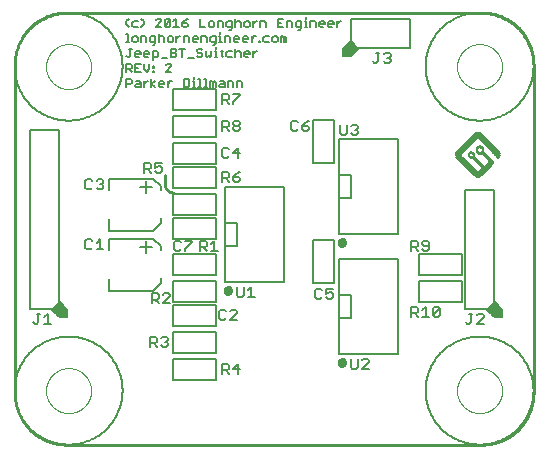
<source format=gto>
G75*
%MOIN*%
%OFA0B0*%
%FSLAX25Y25*%
%IPPOS*%
%LPD*%
%AMOC8*
5,1,8,0,0,1.08239X$1,22.5*
%
%ADD10C,0.01000*%
%ADD11C,0.00500*%
%ADD12C,0.00600*%
%ADD13C,0.00000*%
%ADD14R,0.01190X0.00062*%
%ADD15R,0.01560X0.00063*%
%ADD16R,0.01810X0.00062*%
%ADD17R,0.01940X0.00063*%
%ADD18R,0.02190X0.00062*%
%ADD19R,0.02310X0.00063*%
%ADD20R,0.02560X0.00062*%
%ADD21R,0.02690X0.00063*%
%ADD22R,0.02810X0.00062*%
%ADD23R,0.02940X0.00063*%
%ADD24R,0.03060X0.00062*%
%ADD25R,0.03190X0.00063*%
%ADD26R,0.03310X0.00062*%
%ADD27R,0.03440X0.00063*%
%ADD28R,0.03560X0.00062*%
%ADD29R,0.03690X0.00063*%
%ADD30R,0.03810X0.00062*%
%ADD31R,0.03940X0.00063*%
%ADD32R,0.04060X0.00062*%
%ADD33R,0.04190X0.00063*%
%ADD34R,0.04310X0.00062*%
%ADD35R,0.04440X0.00063*%
%ADD36R,0.04560X0.00062*%
%ADD37R,0.04690X0.00063*%
%ADD38R,0.04810X0.00062*%
%ADD39R,0.04940X0.00063*%
%ADD40R,0.05060X0.00062*%
%ADD41R,0.05190X0.00063*%
%ADD42R,0.05310X0.00062*%
%ADD43R,0.05440X0.00063*%
%ADD44R,0.05560X0.00062*%
%ADD45R,0.05690X0.00063*%
%ADD46R,0.05810X0.00062*%
%ADD47R,0.02620X0.00063*%
%ADD48R,0.02630X0.00063*%
%ADD49R,0.02620X0.00062*%
%ADD50R,0.02560X0.00063*%
%ADD51R,0.02570X0.00063*%
%ADD52R,0.02630X0.00062*%
%ADD53R,0.01440X0.00063*%
%ADD54R,0.02310X0.00063*%
%ADD55R,0.01440X0.00062*%
%ADD56R,0.02310X0.00062*%
%ADD57R,0.02320X0.00063*%
%ADD58R,0.01430X0.00062*%
%ADD59R,0.02250X0.00063*%
%ADD60R,0.02120X0.00062*%
%ADD61R,0.02000X0.00063*%
%ADD62R,0.01880X0.00062*%
%ADD63R,0.01750X0.00063*%
%ADD64R,0.01620X0.00062*%
%ADD65R,0.01630X0.00063*%
%ADD66R,0.01570X0.00062*%
%ADD67R,0.01560X0.00062*%
%ADD68R,0.01630X0.00062*%
%ADD69R,0.01620X0.00063*%
%ADD70R,0.00130X0.00063*%
%ADD71R,0.00250X0.00062*%
%ADD72R,0.00310X0.00063*%
%ADD73R,0.02500X0.00062*%
%ADD74R,0.02000X0.00062*%
%ADD75R,0.00440X0.00062*%
%ADD76R,0.02500X0.00063*%
%ADD77R,0.02070X0.00063*%
%ADD78R,0.00560X0.00063*%
%ADD79R,0.00620X0.00062*%
%ADD80R,0.02440X0.00063*%
%ADD81R,0.02190X0.00063*%
%ADD82R,0.00750X0.00063*%
%ADD83R,0.02430X0.00062*%
%ADD84R,0.02190X0.00062*%
%ADD85R,0.00880X0.00062*%
%ADD86R,0.00940X0.00063*%
%ADD87R,0.02380X0.00062*%
%ADD88R,0.01060X0.00062*%
%ADD89R,0.02380X0.00063*%
%ADD90R,0.02120X0.00063*%
%ADD91R,0.01120X0.00063*%
%ADD92R,0.02130X0.00062*%
%ADD93R,0.00810X0.00063*%
%ADD94R,0.01000X0.00063*%
%ADD95R,0.01310X0.00063*%
%ADD96R,0.02250X0.00062*%
%ADD97R,0.00690X0.00062*%
%ADD98R,0.01370X0.00062*%
%ADD99R,0.00690X0.00063*%
%ADD100R,0.01430X0.00063*%
%ADD101R,0.00690X0.00062*%
%ADD102R,0.00680X0.00062*%
%ADD103R,0.02060X0.00063*%
%ADD104R,0.00620X0.00063*%
%ADD105R,0.00690X0.00063*%
%ADD106R,0.01690X0.00062*%
%ADD107R,0.00560X0.00063*%
%ADD108R,0.01940X0.00062*%
%ADD109R,0.00560X0.00062*%
%ADD110R,0.01820X0.00062*%
%ADD111R,0.01880X0.00063*%
%ADD112R,0.02070X0.00062*%
%ADD113R,0.02130X0.00063*%
%ADD114R,0.00750X0.00062*%
%ADD115R,0.00930X0.00062*%
%ADD116R,0.02320X0.00062*%
%ADD117R,0.02680X0.00063*%
%ADD118R,0.02370X0.00062*%
%ADD119R,0.02690X0.00062*%
%ADD120R,0.02440X0.00062*%
%ADD121R,0.01810X0.00063*%
%ADD122R,0.02690X0.00063*%
%ADD123R,0.02430X0.00063*%
%ADD124R,0.02560X0.00063*%
%ADD125R,0.01440X0.00062*%
%ADD126R,0.02560X0.00062*%
%ADD127R,0.01120X0.00062*%
%ADD128R,0.01380X0.00062*%
%ADD129R,0.00880X0.00063*%
%ADD130R,0.00870X0.00063*%
%ADD131R,0.02680X0.00062*%
%ADD132R,0.00810X0.00062*%
%ADD133R,0.01000X0.00062*%
%ADD134R,0.00940X0.00063*%
%ADD135R,0.02750X0.00063*%
%ADD136R,0.02750X0.00062*%
%ADD137R,0.00810X0.00063*%
%ADD138R,0.02810X0.00063*%
%ADD139R,0.00630X0.00063*%
%ADD140R,0.00630X0.00062*%
%ADD141R,0.02820X0.00063*%
%ADD142R,0.00680X0.00063*%
%ADD143R,0.00820X0.00062*%
%ADD144R,0.00870X0.00062*%
%ADD145R,0.01070X0.00063*%
%ADD146R,0.02370X0.00063*%
%ADD147R,0.01870X0.00063*%
%ADD148R,0.01750X0.00062*%
%ADD149R,0.01500X0.00063*%
%ADD150R,0.01310X0.00062*%
%ADD151R,0.00500X0.00062*%
%ADD152R,0.02810X0.00062*%
%ADD153R,0.05630X0.00063*%
%ADD154R,0.05500X0.00062*%
%ADD155R,0.05370X0.00063*%
%ADD156R,0.05250X0.00062*%
%ADD157R,0.05130X0.00063*%
%ADD158R,0.05000X0.00062*%
%ADD159R,0.04870X0.00063*%
%ADD160R,0.04750X0.00062*%
%ADD161R,0.04630X0.00063*%
%ADD162R,0.04500X0.00062*%
%ADD163R,0.04370X0.00063*%
%ADD164R,0.04250X0.00062*%
%ADD165R,0.01130X0.00062*%
D10*
X0019300Y0001800D02*
X0157300Y0001800D01*
X0157723Y0001805D01*
X0158145Y0001820D01*
X0158568Y0001846D01*
X0158989Y0001882D01*
X0159409Y0001928D01*
X0159829Y0001984D01*
X0160246Y0002050D01*
X0160662Y0002126D01*
X0161076Y0002212D01*
X0161488Y0002309D01*
X0161897Y0002415D01*
X0162304Y0002531D01*
X0162708Y0002657D01*
X0163108Y0002792D01*
X0163506Y0002937D01*
X0163899Y0003092D01*
X0164289Y0003256D01*
X0164675Y0003430D01*
X0165056Y0003613D01*
X0165433Y0003805D01*
X0165805Y0004006D01*
X0166172Y0004216D01*
X0166534Y0004434D01*
X0166890Y0004662D01*
X0167241Y0004898D01*
X0167586Y0005142D01*
X0167925Y0005395D01*
X0168258Y0005656D01*
X0168585Y0005924D01*
X0168905Y0006201D01*
X0169218Y0006485D01*
X0169524Y0006777D01*
X0169823Y0007076D01*
X0170115Y0007382D01*
X0170399Y0007695D01*
X0170676Y0008015D01*
X0170944Y0008342D01*
X0171205Y0008675D01*
X0171458Y0009014D01*
X0171702Y0009359D01*
X0171938Y0009710D01*
X0172166Y0010066D01*
X0172384Y0010428D01*
X0172594Y0010795D01*
X0172795Y0011167D01*
X0172987Y0011544D01*
X0173170Y0011925D01*
X0173344Y0012311D01*
X0173508Y0012701D01*
X0173663Y0013094D01*
X0173808Y0013492D01*
X0173943Y0013892D01*
X0174069Y0014296D01*
X0174185Y0014703D01*
X0174291Y0015112D01*
X0174388Y0015524D01*
X0174474Y0015938D01*
X0174550Y0016354D01*
X0174616Y0016771D01*
X0174672Y0017191D01*
X0174718Y0017611D01*
X0174754Y0018032D01*
X0174780Y0018455D01*
X0174795Y0018877D01*
X0174800Y0019300D01*
X0174800Y0128300D01*
X0174795Y0128723D01*
X0174780Y0129145D01*
X0174754Y0129568D01*
X0174718Y0129989D01*
X0174672Y0130409D01*
X0174616Y0130829D01*
X0174550Y0131246D01*
X0174474Y0131662D01*
X0174388Y0132076D01*
X0174291Y0132488D01*
X0174185Y0132897D01*
X0174069Y0133304D01*
X0173943Y0133708D01*
X0173808Y0134108D01*
X0173663Y0134506D01*
X0173508Y0134899D01*
X0173344Y0135289D01*
X0173170Y0135675D01*
X0172987Y0136056D01*
X0172795Y0136433D01*
X0172594Y0136805D01*
X0172384Y0137172D01*
X0172166Y0137534D01*
X0171938Y0137890D01*
X0171702Y0138241D01*
X0171458Y0138586D01*
X0171205Y0138925D01*
X0170944Y0139258D01*
X0170676Y0139585D01*
X0170399Y0139905D01*
X0170115Y0140218D01*
X0169823Y0140524D01*
X0169524Y0140823D01*
X0169218Y0141115D01*
X0168905Y0141399D01*
X0168585Y0141676D01*
X0168258Y0141944D01*
X0167925Y0142205D01*
X0167586Y0142458D01*
X0167241Y0142702D01*
X0166890Y0142938D01*
X0166534Y0143166D01*
X0166172Y0143384D01*
X0165805Y0143594D01*
X0165433Y0143795D01*
X0165056Y0143987D01*
X0164675Y0144170D01*
X0164289Y0144344D01*
X0163899Y0144508D01*
X0163506Y0144663D01*
X0163108Y0144808D01*
X0162708Y0144943D01*
X0162304Y0145069D01*
X0161897Y0145185D01*
X0161488Y0145291D01*
X0161076Y0145388D01*
X0160662Y0145474D01*
X0160246Y0145550D01*
X0159829Y0145616D01*
X0159409Y0145672D01*
X0158989Y0145718D01*
X0158568Y0145754D01*
X0158145Y0145780D01*
X0157723Y0145795D01*
X0157300Y0145800D01*
X0019300Y0145800D01*
X0018877Y0145795D01*
X0018455Y0145780D01*
X0018032Y0145754D01*
X0017611Y0145718D01*
X0017191Y0145672D01*
X0016771Y0145616D01*
X0016354Y0145550D01*
X0015938Y0145474D01*
X0015524Y0145388D01*
X0015112Y0145291D01*
X0014703Y0145185D01*
X0014296Y0145069D01*
X0013892Y0144943D01*
X0013492Y0144808D01*
X0013094Y0144663D01*
X0012701Y0144508D01*
X0012311Y0144344D01*
X0011925Y0144170D01*
X0011544Y0143987D01*
X0011167Y0143795D01*
X0010795Y0143594D01*
X0010428Y0143384D01*
X0010066Y0143166D01*
X0009710Y0142938D01*
X0009359Y0142702D01*
X0009014Y0142458D01*
X0008675Y0142205D01*
X0008342Y0141944D01*
X0008015Y0141676D01*
X0007695Y0141399D01*
X0007382Y0141115D01*
X0007076Y0140823D01*
X0006777Y0140524D01*
X0006485Y0140218D01*
X0006201Y0139905D01*
X0005924Y0139585D01*
X0005656Y0139258D01*
X0005395Y0138925D01*
X0005142Y0138586D01*
X0004898Y0138241D01*
X0004662Y0137890D01*
X0004434Y0137534D01*
X0004216Y0137172D01*
X0004006Y0136805D01*
X0003805Y0136433D01*
X0003613Y0136056D01*
X0003430Y0135675D01*
X0003256Y0135289D01*
X0003092Y0134899D01*
X0002937Y0134506D01*
X0002792Y0134108D01*
X0002657Y0133708D01*
X0002531Y0133304D01*
X0002415Y0132897D01*
X0002309Y0132488D01*
X0002212Y0132076D01*
X0002126Y0131662D01*
X0002050Y0131246D01*
X0001984Y0130829D01*
X0001928Y0130409D01*
X0001882Y0129989D01*
X0001846Y0129568D01*
X0001820Y0129145D01*
X0001805Y0128723D01*
X0001800Y0128300D01*
X0001800Y0019300D01*
X0001805Y0018877D01*
X0001820Y0018455D01*
X0001846Y0018032D01*
X0001882Y0017611D01*
X0001928Y0017191D01*
X0001984Y0016771D01*
X0002050Y0016354D01*
X0002126Y0015938D01*
X0002212Y0015524D01*
X0002309Y0015112D01*
X0002415Y0014703D01*
X0002531Y0014296D01*
X0002657Y0013892D01*
X0002792Y0013492D01*
X0002937Y0013094D01*
X0003092Y0012701D01*
X0003256Y0012311D01*
X0003430Y0011925D01*
X0003613Y0011544D01*
X0003805Y0011167D01*
X0004006Y0010795D01*
X0004216Y0010428D01*
X0004434Y0010066D01*
X0004662Y0009710D01*
X0004898Y0009359D01*
X0005142Y0009014D01*
X0005395Y0008675D01*
X0005656Y0008342D01*
X0005924Y0008015D01*
X0006201Y0007695D01*
X0006485Y0007382D01*
X0006777Y0007076D01*
X0007076Y0006777D01*
X0007382Y0006485D01*
X0007695Y0006201D01*
X0008015Y0005924D01*
X0008342Y0005656D01*
X0008675Y0005395D01*
X0009014Y0005142D01*
X0009359Y0004898D01*
X0009710Y0004662D01*
X0010066Y0004434D01*
X0010428Y0004216D01*
X0010795Y0004006D01*
X0011167Y0003805D01*
X0011544Y0003613D01*
X0011925Y0003430D01*
X0012311Y0003256D01*
X0012701Y0003092D01*
X0013094Y0002937D01*
X0013492Y0002792D01*
X0013892Y0002657D01*
X0014296Y0002531D01*
X0014703Y0002415D01*
X0015112Y0002309D01*
X0015524Y0002212D01*
X0015938Y0002126D01*
X0016354Y0002050D01*
X0016771Y0001984D01*
X0017191Y0001928D01*
X0017611Y0001882D01*
X0018032Y0001846D01*
X0018455Y0001820D01*
X0018877Y0001805D01*
X0019300Y0001800D01*
X0051800Y0088800D02*
X0051800Y0091800D01*
X0051800Y0088800D02*
X0051802Y0088693D01*
X0051808Y0088586D01*
X0051817Y0088479D01*
X0051831Y0088373D01*
X0051848Y0088267D01*
X0051869Y0088162D01*
X0051893Y0088058D01*
X0051922Y0087955D01*
X0051954Y0087853D01*
X0051989Y0087752D01*
X0052028Y0087652D01*
X0052071Y0087554D01*
X0052117Y0087457D01*
X0052167Y0087362D01*
X0052220Y0087269D01*
X0052276Y0087178D01*
X0052336Y0087089D01*
X0052398Y0087002D01*
X0052464Y0086918D01*
X0052533Y0086835D01*
X0052604Y0086756D01*
X0052679Y0086679D01*
X0052756Y0086604D01*
X0052835Y0086533D01*
X0052918Y0086464D01*
X0053002Y0086398D01*
X0053089Y0086336D01*
X0053178Y0086276D01*
X0053269Y0086220D01*
X0053362Y0086167D01*
X0053457Y0086117D01*
X0053554Y0086071D01*
X0053652Y0086028D01*
X0053752Y0085989D01*
X0053853Y0085954D01*
X0053955Y0085922D01*
X0054058Y0085893D01*
X0054162Y0085869D01*
X0054267Y0085848D01*
X0054373Y0085831D01*
X0054479Y0085817D01*
X0054586Y0085808D01*
X0054693Y0085802D01*
X0054800Y0085800D01*
D11*
X0054713Y0085343D02*
X0068887Y0085343D01*
X0068887Y0078257D01*
X0054713Y0078257D01*
X0054713Y0085343D01*
X0054713Y0087257D02*
X0068887Y0087257D01*
X0068887Y0094343D01*
X0054713Y0094343D01*
X0054713Y0087257D01*
X0050461Y0087956D02*
X0050461Y0086524D01*
X0050461Y0087956D02*
X0047956Y0090461D01*
X0033139Y0090461D01*
X0033139Y0086524D01*
X0033139Y0077076D02*
X0033139Y0073139D01*
X0047956Y0073139D01*
X0050461Y0075644D01*
X0050461Y0077469D01*
X0054713Y0077343D02*
X0054713Y0070257D01*
X0068887Y0070257D01*
X0068887Y0077343D01*
X0054713Y0077343D01*
X0047956Y0070461D02*
X0050461Y0067956D01*
X0050461Y0066524D01*
X0047706Y0067706D02*
X0043769Y0067706D01*
X0045737Y0069674D02*
X0045737Y0065737D01*
X0047956Y0070461D02*
X0033139Y0070461D01*
X0033139Y0066524D01*
X0033139Y0057076D02*
X0033139Y0053139D01*
X0047956Y0053139D01*
X0050461Y0055644D01*
X0050461Y0057469D01*
X0054713Y0058257D02*
X0068887Y0058257D01*
X0068887Y0065343D01*
X0054713Y0065343D01*
X0054713Y0058257D01*
X0054713Y0056343D02*
X0068887Y0056343D01*
X0068887Y0049257D01*
X0054713Y0049257D01*
X0054713Y0056343D01*
X0054713Y0048343D02*
X0054713Y0041257D01*
X0068887Y0041257D01*
X0068887Y0048343D01*
X0054713Y0048343D01*
X0054713Y0039343D02*
X0068887Y0039343D01*
X0068887Y0032257D01*
X0054713Y0032257D01*
X0054713Y0039343D01*
X0054713Y0030343D02*
X0054713Y0023257D01*
X0068887Y0023257D01*
X0068887Y0030343D01*
X0054713Y0030343D01*
X0072271Y0052073D02*
X0072508Y0051924D01*
X0072772Y0051831D01*
X0073050Y0051800D01*
X0073328Y0051831D01*
X0073592Y0051924D01*
X0073829Y0052073D01*
X0074027Y0052271D01*
X0074176Y0052508D01*
X0074269Y0052772D01*
X0074300Y0053050D01*
X0074269Y0053328D01*
X0074176Y0053592D01*
X0074027Y0053829D01*
X0073829Y0054027D01*
X0073592Y0054176D01*
X0073328Y0054269D01*
X0073050Y0054300D01*
X0072772Y0054269D01*
X0072508Y0054176D01*
X0072271Y0054027D01*
X0072073Y0053829D01*
X0071924Y0053592D01*
X0071831Y0053328D01*
X0071800Y0053050D01*
X0071831Y0052772D01*
X0071924Y0052508D01*
X0072073Y0052271D01*
X0072271Y0052073D01*
X0072194Y0052150D02*
X0073906Y0052150D01*
X0074225Y0052648D02*
X0071875Y0052648D01*
X0071811Y0053147D02*
X0074289Y0053147D01*
X0074143Y0053645D02*
X0071957Y0053645D01*
X0072456Y0054144D02*
X0073644Y0054144D01*
X0071957Y0056052D02*
X0091643Y0056052D01*
X0091643Y0087548D01*
X0071957Y0087548D01*
X0071957Y0075737D01*
X0075894Y0075737D01*
X0075894Y0067863D01*
X0071957Y0067863D01*
X0071957Y0056052D01*
X0071957Y0067863D02*
X0071957Y0075737D01*
X0068887Y0095257D02*
X0054713Y0095257D01*
X0054713Y0102343D01*
X0068887Y0102343D01*
X0068887Y0095257D01*
X0068887Y0104257D02*
X0054713Y0104257D01*
X0054713Y0111343D01*
X0068887Y0111343D01*
X0068887Y0104257D01*
X0068887Y0113257D02*
X0068887Y0120343D01*
X0054713Y0120343D01*
X0054713Y0113257D01*
X0068887Y0113257D01*
X0068843Y0121050D02*
X0068843Y0122401D01*
X0068393Y0122852D01*
X0067943Y0122401D01*
X0067943Y0121050D01*
X0067042Y0121050D02*
X0067042Y0122852D01*
X0067492Y0122852D01*
X0067943Y0122401D01*
X0069988Y0121500D02*
X0070439Y0121951D01*
X0071790Y0121951D01*
X0071790Y0122401D02*
X0071790Y0121050D01*
X0070439Y0121050D01*
X0069988Y0121500D01*
X0070439Y0122852D02*
X0071340Y0122852D01*
X0071790Y0122401D01*
X0072935Y0122852D02*
X0074286Y0122852D01*
X0074736Y0122401D01*
X0074736Y0121050D01*
X0075881Y0121050D02*
X0075881Y0122852D01*
X0077233Y0122852D01*
X0077683Y0122401D01*
X0077683Y0121050D01*
X0072935Y0121050D02*
X0072935Y0122852D01*
X0065978Y0121050D02*
X0065078Y0121050D01*
X0065528Y0121050D02*
X0065528Y0123752D01*
X0065078Y0123752D01*
X0063564Y0123752D02*
X0063564Y0121050D01*
X0064014Y0121050D02*
X0063113Y0121050D01*
X0062050Y0121050D02*
X0061149Y0121050D01*
X0061599Y0121050D02*
X0061599Y0122852D01*
X0061149Y0122852D01*
X0061599Y0123752D02*
X0061599Y0124203D01*
X0063113Y0123752D02*
X0063564Y0123752D01*
X0060004Y0123302D02*
X0060004Y0121500D01*
X0059553Y0121050D01*
X0058202Y0121050D01*
X0058202Y0123752D01*
X0059553Y0123752D01*
X0060004Y0123302D01*
X0054152Y0122852D02*
X0053701Y0122852D01*
X0052800Y0121951D01*
X0052800Y0121050D02*
X0052800Y0122852D01*
X0051655Y0122401D02*
X0051655Y0121951D01*
X0049854Y0121951D01*
X0049854Y0122401D02*
X0050304Y0122852D01*
X0051205Y0122852D01*
X0051655Y0122401D01*
X0051205Y0121050D02*
X0050304Y0121050D01*
X0049854Y0121500D01*
X0049854Y0122401D01*
X0048750Y0122852D02*
X0047398Y0121951D01*
X0048750Y0121050D01*
X0047398Y0121050D02*
X0047398Y0123752D01*
X0046294Y0122852D02*
X0045844Y0122852D01*
X0044943Y0121951D01*
X0044943Y0121050D02*
X0044943Y0122852D01*
X0043798Y0122401D02*
X0043798Y0121050D01*
X0042447Y0121050D01*
X0041997Y0121500D01*
X0042447Y0121951D01*
X0043798Y0121951D01*
X0043798Y0122401D02*
X0043348Y0122852D01*
X0042447Y0122852D01*
X0040852Y0123302D02*
X0040852Y0122401D01*
X0040401Y0121951D01*
X0039050Y0121951D01*
X0039050Y0121050D02*
X0039050Y0123752D01*
X0040401Y0123752D01*
X0040852Y0123302D01*
X0040852Y0126050D02*
X0039951Y0126951D01*
X0040401Y0126951D02*
X0039050Y0126951D01*
X0039050Y0126050D02*
X0039050Y0128752D01*
X0040401Y0128752D01*
X0040852Y0128302D01*
X0040852Y0127401D01*
X0040401Y0126951D01*
X0041997Y0127401D02*
X0042897Y0127401D01*
X0041997Y0126050D02*
X0043798Y0126050D01*
X0044943Y0126951D02*
X0045844Y0126050D01*
X0046745Y0126951D01*
X0046745Y0128752D01*
X0047890Y0127852D02*
X0047890Y0127401D01*
X0048340Y0127401D01*
X0048340Y0127852D01*
X0047890Y0127852D01*
X0047890Y0126500D02*
X0047890Y0126050D01*
X0048340Y0126050D01*
X0048340Y0126500D01*
X0047890Y0126500D01*
X0044943Y0126951D02*
X0044943Y0128752D01*
X0043798Y0128752D02*
X0041997Y0128752D01*
X0041997Y0126050D01*
X0042447Y0131050D02*
X0041997Y0131500D01*
X0041997Y0132401D01*
X0042447Y0132852D01*
X0043348Y0132852D01*
X0043798Y0132401D01*
X0043798Y0131951D01*
X0041997Y0131951D01*
X0042447Y0131050D02*
X0043348Y0131050D01*
X0044943Y0131500D02*
X0044943Y0132401D01*
X0045393Y0132852D01*
X0046294Y0132852D01*
X0046745Y0132401D01*
X0046745Y0131951D01*
X0044943Y0131951D01*
X0044943Y0131500D02*
X0045393Y0131050D01*
X0046294Y0131050D01*
X0047890Y0131050D02*
X0049241Y0131050D01*
X0049691Y0131500D01*
X0049691Y0132401D01*
X0049241Y0132852D01*
X0047890Y0132852D01*
X0047890Y0130149D01*
X0050836Y0130600D02*
X0052638Y0130600D01*
X0053783Y0131050D02*
X0055134Y0131050D01*
X0055584Y0131500D01*
X0055584Y0131951D01*
X0055134Y0132401D01*
X0053783Y0132401D01*
X0055134Y0132401D02*
X0055584Y0132852D01*
X0055584Y0133302D01*
X0055134Y0133752D01*
X0053783Y0133752D01*
X0053783Y0131050D01*
X0053660Y0128752D02*
X0052760Y0128752D01*
X0052309Y0128302D01*
X0053660Y0128752D02*
X0054111Y0128302D01*
X0054111Y0127852D01*
X0052309Y0126050D01*
X0054111Y0126050D01*
X0057630Y0131050D02*
X0057630Y0133752D01*
X0056729Y0133752D02*
X0058531Y0133752D01*
X0058202Y0136050D02*
X0058202Y0137852D01*
X0059554Y0137852D01*
X0060004Y0137401D01*
X0060004Y0136050D01*
X0061149Y0136500D02*
X0061149Y0137401D01*
X0061599Y0137852D01*
X0062500Y0137852D01*
X0062950Y0137401D01*
X0062950Y0136951D01*
X0061149Y0136951D01*
X0061149Y0136500D02*
X0061599Y0136050D01*
X0062500Y0136050D01*
X0064095Y0136050D02*
X0064095Y0137852D01*
X0065447Y0137852D01*
X0065897Y0137401D01*
X0065897Y0136050D01*
X0067042Y0136500D02*
X0067492Y0136050D01*
X0068843Y0136050D01*
X0068843Y0135600D02*
X0068843Y0137852D01*
X0067492Y0137852D01*
X0067042Y0137401D01*
X0067042Y0136500D01*
X0067943Y0135149D02*
X0068393Y0135149D01*
X0068843Y0135600D01*
X0069988Y0136050D02*
X0070889Y0136050D01*
X0070439Y0136050D02*
X0070439Y0137852D01*
X0069988Y0137852D01*
X0070439Y0138752D02*
X0070439Y0139203D01*
X0071953Y0137852D02*
X0073304Y0137852D01*
X0073754Y0137401D01*
X0073754Y0136050D01*
X0074899Y0136500D02*
X0074899Y0137401D01*
X0075350Y0137852D01*
X0076250Y0137852D01*
X0076701Y0137401D01*
X0076701Y0136951D01*
X0074899Y0136951D01*
X0074899Y0136500D02*
X0075350Y0136050D01*
X0076250Y0136050D01*
X0077846Y0136500D02*
X0077846Y0137401D01*
X0078296Y0137852D01*
X0079197Y0137852D01*
X0079647Y0137401D01*
X0079647Y0136951D01*
X0077846Y0136951D01*
X0077846Y0136500D02*
X0078296Y0136050D01*
X0079197Y0136050D01*
X0080792Y0136050D02*
X0080792Y0137852D01*
X0080792Y0136951D02*
X0081693Y0137852D01*
X0082143Y0137852D01*
X0083248Y0136500D02*
X0083698Y0136500D01*
X0083698Y0136050D01*
X0083248Y0136050D01*
X0083248Y0136500D01*
X0084721Y0136500D02*
X0085171Y0136050D01*
X0086523Y0136050D01*
X0087668Y0136500D02*
X0087668Y0137401D01*
X0088118Y0137852D01*
X0089019Y0137852D01*
X0089469Y0137401D01*
X0089469Y0136500D01*
X0089019Y0136050D01*
X0088118Y0136050D01*
X0087668Y0136500D01*
X0086523Y0137852D02*
X0085171Y0137852D01*
X0084721Y0137401D01*
X0084721Y0136500D01*
X0082635Y0132852D02*
X0082184Y0132852D01*
X0081283Y0131951D01*
X0081283Y0131050D02*
X0081283Y0132852D01*
X0080138Y0132401D02*
X0080138Y0131951D01*
X0078337Y0131951D01*
X0078337Y0132401D02*
X0078787Y0132852D01*
X0079688Y0132852D01*
X0080138Y0132401D01*
X0079688Y0131050D02*
X0078787Y0131050D01*
X0078337Y0131500D01*
X0078337Y0132401D01*
X0077192Y0132401D02*
X0077192Y0131050D01*
X0077192Y0132401D02*
X0076742Y0132852D01*
X0075841Y0132852D01*
X0075390Y0132401D01*
X0074245Y0132852D02*
X0072894Y0132852D01*
X0072444Y0132401D01*
X0072444Y0131500D01*
X0072894Y0131050D01*
X0074245Y0131050D01*
X0075390Y0131050D02*
X0075390Y0133752D01*
X0071380Y0132852D02*
X0070480Y0132852D01*
X0070930Y0133302D02*
X0070930Y0131500D01*
X0071380Y0131050D01*
X0069416Y0131050D02*
X0068515Y0131050D01*
X0068966Y0131050D02*
X0068966Y0132852D01*
X0068515Y0132852D01*
X0068966Y0133752D02*
X0068966Y0134203D01*
X0067370Y0132852D02*
X0067370Y0131500D01*
X0066920Y0131050D01*
X0066469Y0131500D01*
X0066019Y0131050D01*
X0065569Y0131500D01*
X0065569Y0132852D01*
X0064424Y0133302D02*
X0063973Y0133752D01*
X0063073Y0133752D01*
X0062622Y0133302D01*
X0062622Y0132852D01*
X0063073Y0132401D01*
X0063973Y0132401D01*
X0064424Y0131951D01*
X0064424Y0131500D01*
X0063973Y0131050D01*
X0063073Y0131050D01*
X0062622Y0131500D01*
X0061477Y0130600D02*
X0059676Y0130600D01*
X0055747Y0136050D02*
X0055747Y0137852D01*
X0055747Y0136951D02*
X0056648Y0137852D01*
X0057098Y0137852D01*
X0054602Y0137401D02*
X0054602Y0136500D01*
X0054152Y0136050D01*
X0053251Y0136050D01*
X0052800Y0136500D01*
X0052800Y0137401D01*
X0053251Y0137852D01*
X0054152Y0137852D01*
X0054602Y0137401D01*
X0051655Y0137401D02*
X0051655Y0136050D01*
X0051655Y0137401D02*
X0051205Y0137852D01*
X0050304Y0137852D01*
X0049854Y0137401D01*
X0048709Y0137852D02*
X0047358Y0137852D01*
X0046907Y0137401D01*
X0046907Y0136500D01*
X0047358Y0136050D01*
X0048709Y0136050D01*
X0048709Y0135600D02*
X0048709Y0137852D01*
X0049854Y0138752D02*
X0049854Y0136050D01*
X0048709Y0135600D02*
X0048259Y0135149D01*
X0047808Y0135149D01*
X0045762Y0136050D02*
X0045762Y0137401D01*
X0045312Y0137852D01*
X0043961Y0137852D01*
X0043961Y0136050D01*
X0042816Y0136500D02*
X0042816Y0137401D01*
X0042365Y0137852D01*
X0041465Y0137852D01*
X0041014Y0137401D01*
X0041014Y0136500D01*
X0041465Y0136050D01*
X0042365Y0136050D01*
X0042816Y0136500D01*
X0039951Y0136050D02*
X0039050Y0136050D01*
X0039500Y0136050D02*
X0039500Y0138752D01*
X0039050Y0138752D01*
X0039951Y0141050D02*
X0039050Y0141951D01*
X0039050Y0142852D01*
X0039951Y0143752D01*
X0041014Y0142401D02*
X0041014Y0141500D01*
X0041465Y0141050D01*
X0042816Y0141050D01*
X0043961Y0141050D02*
X0044862Y0141951D01*
X0044862Y0142852D01*
X0043961Y0143752D01*
X0042816Y0142852D02*
X0041465Y0142852D01*
X0041014Y0142401D01*
X0048872Y0143302D02*
X0049322Y0143752D01*
X0050223Y0143752D01*
X0050673Y0143302D01*
X0050673Y0142852D01*
X0048872Y0141050D01*
X0050673Y0141050D01*
X0051818Y0141500D02*
X0053620Y0143302D01*
X0053620Y0141500D01*
X0053169Y0141050D01*
X0052269Y0141050D01*
X0051818Y0141500D01*
X0051818Y0143302D01*
X0052269Y0143752D01*
X0053169Y0143752D01*
X0053620Y0143302D01*
X0054765Y0142852D02*
X0055666Y0143752D01*
X0055666Y0141050D01*
X0056566Y0141050D02*
X0054765Y0141050D01*
X0057711Y0141500D02*
X0057711Y0142401D01*
X0059062Y0142401D01*
X0059513Y0141951D01*
X0059513Y0141500D01*
X0059062Y0141050D01*
X0058162Y0141050D01*
X0057711Y0141500D01*
X0057711Y0142401D02*
X0058612Y0143302D01*
X0059513Y0143752D01*
X0063604Y0143752D02*
X0063604Y0141050D01*
X0065406Y0141050D01*
X0066551Y0141500D02*
X0067001Y0141050D01*
X0067902Y0141050D01*
X0068352Y0141500D01*
X0068352Y0142401D01*
X0067902Y0142852D01*
X0067001Y0142852D01*
X0066551Y0142401D01*
X0066551Y0141500D01*
X0069497Y0141050D02*
X0069497Y0142852D01*
X0070848Y0142852D01*
X0071299Y0142401D01*
X0071299Y0141050D01*
X0072444Y0141500D02*
X0072444Y0142401D01*
X0072894Y0142852D01*
X0074245Y0142852D01*
X0074245Y0140600D01*
X0073795Y0140149D01*
X0073345Y0140149D01*
X0072894Y0141050D02*
X0074245Y0141050D01*
X0075390Y0141050D02*
X0075390Y0143752D01*
X0075841Y0142852D02*
X0076742Y0142852D01*
X0077192Y0142401D01*
X0077192Y0141050D01*
X0078337Y0141500D02*
X0078337Y0142401D01*
X0078787Y0142852D01*
X0079688Y0142852D01*
X0080138Y0142401D01*
X0080138Y0141500D01*
X0079688Y0141050D01*
X0078787Y0141050D01*
X0078337Y0141500D01*
X0075841Y0142852D02*
X0075390Y0142401D01*
X0072894Y0141050D02*
X0072444Y0141500D01*
X0071953Y0137852D02*
X0071953Y0136050D01*
X0081283Y0141050D02*
X0081283Y0142852D01*
X0082184Y0142852D02*
X0082635Y0142852D01*
X0082184Y0142852D02*
X0081283Y0141951D01*
X0083739Y0141050D02*
X0083739Y0142852D01*
X0085090Y0142852D01*
X0085540Y0142401D01*
X0085540Y0141050D01*
X0089632Y0141050D02*
X0089632Y0143752D01*
X0091433Y0143752D01*
X0092578Y0142852D02*
X0093930Y0142852D01*
X0094380Y0142401D01*
X0094380Y0141050D01*
X0095525Y0141500D02*
X0095525Y0142401D01*
X0095975Y0142852D01*
X0097326Y0142852D01*
X0097326Y0140600D01*
X0096876Y0140149D01*
X0096426Y0140149D01*
X0095975Y0141050D02*
X0097326Y0141050D01*
X0098471Y0141050D02*
X0099372Y0141050D01*
X0098922Y0141050D02*
X0098922Y0142852D01*
X0098471Y0142852D01*
X0098922Y0143752D02*
X0098922Y0144203D01*
X0100436Y0142852D02*
X0101787Y0142852D01*
X0102237Y0142401D01*
X0102237Y0141050D01*
X0103382Y0141500D02*
X0103382Y0142401D01*
X0103833Y0142852D01*
X0104733Y0142852D01*
X0105184Y0142401D01*
X0105184Y0141951D01*
X0103382Y0141951D01*
X0103382Y0141500D02*
X0103833Y0141050D01*
X0104733Y0141050D01*
X0106329Y0141500D02*
X0106329Y0142401D01*
X0106779Y0142852D01*
X0107680Y0142852D01*
X0108130Y0142401D01*
X0108130Y0141951D01*
X0106329Y0141951D01*
X0106329Y0141500D02*
X0106779Y0141050D01*
X0107680Y0141050D01*
X0109275Y0141050D02*
X0109275Y0142852D01*
X0109275Y0141951D02*
X0110176Y0142852D01*
X0110626Y0142852D01*
X0113879Y0143721D02*
X0113879Y0133879D01*
X0133721Y0133879D01*
X0133721Y0143721D01*
X0113879Y0143721D01*
X0113800Y0136300D02*
X0111300Y0133800D01*
X0111300Y0131300D01*
X0113800Y0131300D01*
X0116300Y0133800D01*
X0113800Y0136300D01*
X0113400Y0135900D02*
X0114200Y0135900D01*
X0114699Y0135401D02*
X0112901Y0135401D01*
X0112403Y0134903D02*
X0115197Y0134903D01*
X0115696Y0134404D02*
X0111904Y0134404D01*
X0111405Y0133905D02*
X0116195Y0133905D01*
X0115907Y0133407D02*
X0111300Y0133407D01*
X0111300Y0132908D02*
X0115408Y0132908D01*
X0114910Y0132410D02*
X0111300Y0132410D01*
X0111300Y0131911D02*
X0114411Y0131911D01*
X0113913Y0131413D02*
X0111300Y0131413D01*
X0100436Y0141050D02*
X0100436Y0142852D01*
X0095975Y0141050D02*
X0095525Y0141500D01*
X0092578Y0141050D02*
X0092578Y0142852D01*
X0090533Y0142401D02*
X0089632Y0142401D01*
X0089632Y0141050D02*
X0091433Y0141050D01*
X0091064Y0137852D02*
X0091515Y0137401D01*
X0091965Y0137852D01*
X0092416Y0137401D01*
X0092416Y0136050D01*
X0091515Y0136050D02*
X0091515Y0137401D01*
X0091064Y0137852D02*
X0090614Y0137852D01*
X0090614Y0136050D01*
X0101257Y0109887D02*
X0101257Y0095713D01*
X0108343Y0095713D01*
X0108343Y0109887D01*
X0101257Y0109887D01*
X0109957Y0103548D02*
X0129643Y0103548D01*
X0129643Y0072052D01*
X0109957Y0072052D01*
X0109957Y0083863D01*
X0113894Y0083863D01*
X0113894Y0091737D01*
X0109957Y0091737D01*
X0109957Y0083863D01*
X0109957Y0091737D02*
X0109957Y0103548D01*
X0111050Y0070300D02*
X0111328Y0070269D01*
X0111592Y0070176D01*
X0111829Y0070027D01*
X0112027Y0069829D01*
X0112176Y0069592D01*
X0112269Y0069328D01*
X0112300Y0069050D01*
X0112269Y0068772D01*
X0112176Y0068508D01*
X0112027Y0068271D01*
X0111829Y0068073D01*
X0111592Y0067924D01*
X0111328Y0067831D01*
X0111050Y0067800D01*
X0110772Y0067831D01*
X0110508Y0067924D01*
X0110271Y0068073D01*
X0110073Y0068271D01*
X0109924Y0068508D01*
X0109831Y0068772D01*
X0109800Y0069050D01*
X0109831Y0069328D01*
X0109924Y0069592D01*
X0110073Y0069829D01*
X0110271Y0070027D01*
X0110508Y0070176D01*
X0110772Y0070269D01*
X0111050Y0070300D01*
X0110380Y0070096D02*
X0111720Y0070096D01*
X0112173Y0069598D02*
X0109927Y0069598D01*
X0109806Y0069099D02*
X0112294Y0069099D01*
X0112209Y0068601D02*
X0109891Y0068601D01*
X0110241Y0068102D02*
X0111859Y0068102D01*
X0108343Y0069887D02*
X0101257Y0069887D01*
X0101257Y0055713D01*
X0108343Y0055713D01*
X0108343Y0069887D01*
X0109957Y0063548D02*
X0129643Y0063548D01*
X0129643Y0032052D01*
X0109957Y0032052D01*
X0109957Y0043863D01*
X0113894Y0043863D01*
X0113894Y0051737D01*
X0109957Y0051737D01*
X0109957Y0043863D01*
X0109957Y0051737D02*
X0109957Y0063548D01*
X0136713Y0065343D02*
X0136713Y0058257D01*
X0150887Y0058257D01*
X0150887Y0065343D01*
X0136713Y0065343D01*
X0136713Y0056343D02*
X0150887Y0056343D01*
X0150887Y0049257D01*
X0136713Y0049257D01*
X0136713Y0056343D01*
X0151879Y0046879D02*
X0161721Y0046879D01*
X0161721Y0086721D01*
X0151879Y0086721D01*
X0151879Y0046879D01*
X0159300Y0046800D02*
X0161800Y0044300D01*
X0164300Y0044300D01*
X0164300Y0046800D01*
X0161800Y0049300D01*
X0159300Y0046800D01*
X0159434Y0046666D02*
X0164300Y0046666D01*
X0164300Y0046168D02*
X0159932Y0046168D01*
X0160431Y0045669D02*
X0164300Y0045669D01*
X0164300Y0045170D02*
X0160930Y0045170D01*
X0161428Y0044672D02*
X0164300Y0044672D01*
X0163935Y0047165D02*
X0159665Y0047165D01*
X0160163Y0047663D02*
X0163437Y0047663D01*
X0162938Y0048162D02*
X0160662Y0048162D01*
X0161160Y0048660D02*
X0162440Y0048660D01*
X0161941Y0049159D02*
X0161659Y0049159D01*
X0138800Y0019800D02*
X0138805Y0020242D01*
X0138822Y0020683D01*
X0138849Y0021124D01*
X0138887Y0021564D01*
X0138935Y0022003D01*
X0138995Y0022441D01*
X0139065Y0022877D01*
X0139146Y0023312D01*
X0139237Y0023744D01*
X0139339Y0024174D01*
X0139452Y0024601D01*
X0139575Y0025025D01*
X0139708Y0025446D01*
X0139852Y0025864D01*
X0140006Y0026278D01*
X0140170Y0026688D01*
X0140344Y0027094D01*
X0140528Y0027496D01*
X0140722Y0027893D01*
X0140925Y0028285D01*
X0141138Y0028672D01*
X0141361Y0029054D01*
X0141593Y0029430D01*
X0141834Y0029800D01*
X0142083Y0030165D01*
X0142342Y0030523D01*
X0142610Y0030874D01*
X0142886Y0031219D01*
X0143170Y0031557D01*
X0143463Y0031888D01*
X0143764Y0032212D01*
X0144072Y0032528D01*
X0144388Y0032836D01*
X0144712Y0033137D01*
X0145043Y0033430D01*
X0145381Y0033714D01*
X0145726Y0033990D01*
X0146077Y0034258D01*
X0146435Y0034517D01*
X0146800Y0034766D01*
X0147170Y0035007D01*
X0147546Y0035239D01*
X0147928Y0035462D01*
X0148315Y0035675D01*
X0148707Y0035878D01*
X0149104Y0036072D01*
X0149506Y0036256D01*
X0149912Y0036430D01*
X0150322Y0036594D01*
X0150736Y0036748D01*
X0151154Y0036892D01*
X0151575Y0037025D01*
X0151999Y0037148D01*
X0152426Y0037261D01*
X0152856Y0037363D01*
X0153288Y0037454D01*
X0153723Y0037535D01*
X0154159Y0037605D01*
X0154597Y0037665D01*
X0155036Y0037713D01*
X0155476Y0037751D01*
X0155917Y0037778D01*
X0156358Y0037795D01*
X0156800Y0037800D01*
X0157242Y0037795D01*
X0157683Y0037778D01*
X0158124Y0037751D01*
X0158564Y0037713D01*
X0159003Y0037665D01*
X0159441Y0037605D01*
X0159877Y0037535D01*
X0160312Y0037454D01*
X0160744Y0037363D01*
X0161174Y0037261D01*
X0161601Y0037148D01*
X0162025Y0037025D01*
X0162446Y0036892D01*
X0162864Y0036748D01*
X0163278Y0036594D01*
X0163688Y0036430D01*
X0164094Y0036256D01*
X0164496Y0036072D01*
X0164893Y0035878D01*
X0165285Y0035675D01*
X0165672Y0035462D01*
X0166054Y0035239D01*
X0166430Y0035007D01*
X0166800Y0034766D01*
X0167165Y0034517D01*
X0167523Y0034258D01*
X0167874Y0033990D01*
X0168219Y0033714D01*
X0168557Y0033430D01*
X0168888Y0033137D01*
X0169212Y0032836D01*
X0169528Y0032528D01*
X0169836Y0032212D01*
X0170137Y0031888D01*
X0170430Y0031557D01*
X0170714Y0031219D01*
X0170990Y0030874D01*
X0171258Y0030523D01*
X0171517Y0030165D01*
X0171766Y0029800D01*
X0172007Y0029430D01*
X0172239Y0029054D01*
X0172462Y0028672D01*
X0172675Y0028285D01*
X0172878Y0027893D01*
X0173072Y0027496D01*
X0173256Y0027094D01*
X0173430Y0026688D01*
X0173594Y0026278D01*
X0173748Y0025864D01*
X0173892Y0025446D01*
X0174025Y0025025D01*
X0174148Y0024601D01*
X0174261Y0024174D01*
X0174363Y0023744D01*
X0174454Y0023312D01*
X0174535Y0022877D01*
X0174605Y0022441D01*
X0174665Y0022003D01*
X0174713Y0021564D01*
X0174751Y0021124D01*
X0174778Y0020683D01*
X0174795Y0020242D01*
X0174800Y0019800D01*
X0174795Y0019358D01*
X0174778Y0018917D01*
X0174751Y0018476D01*
X0174713Y0018036D01*
X0174665Y0017597D01*
X0174605Y0017159D01*
X0174535Y0016723D01*
X0174454Y0016288D01*
X0174363Y0015856D01*
X0174261Y0015426D01*
X0174148Y0014999D01*
X0174025Y0014575D01*
X0173892Y0014154D01*
X0173748Y0013736D01*
X0173594Y0013322D01*
X0173430Y0012912D01*
X0173256Y0012506D01*
X0173072Y0012104D01*
X0172878Y0011707D01*
X0172675Y0011315D01*
X0172462Y0010928D01*
X0172239Y0010546D01*
X0172007Y0010170D01*
X0171766Y0009800D01*
X0171517Y0009435D01*
X0171258Y0009077D01*
X0170990Y0008726D01*
X0170714Y0008381D01*
X0170430Y0008043D01*
X0170137Y0007712D01*
X0169836Y0007388D01*
X0169528Y0007072D01*
X0169212Y0006764D01*
X0168888Y0006463D01*
X0168557Y0006170D01*
X0168219Y0005886D01*
X0167874Y0005610D01*
X0167523Y0005342D01*
X0167165Y0005083D01*
X0166800Y0004834D01*
X0166430Y0004593D01*
X0166054Y0004361D01*
X0165672Y0004138D01*
X0165285Y0003925D01*
X0164893Y0003722D01*
X0164496Y0003528D01*
X0164094Y0003344D01*
X0163688Y0003170D01*
X0163278Y0003006D01*
X0162864Y0002852D01*
X0162446Y0002708D01*
X0162025Y0002575D01*
X0161601Y0002452D01*
X0161174Y0002339D01*
X0160744Y0002237D01*
X0160312Y0002146D01*
X0159877Y0002065D01*
X0159441Y0001995D01*
X0159003Y0001935D01*
X0158564Y0001887D01*
X0158124Y0001849D01*
X0157683Y0001822D01*
X0157242Y0001805D01*
X0156800Y0001800D01*
X0156358Y0001805D01*
X0155917Y0001822D01*
X0155476Y0001849D01*
X0155036Y0001887D01*
X0154597Y0001935D01*
X0154159Y0001995D01*
X0153723Y0002065D01*
X0153288Y0002146D01*
X0152856Y0002237D01*
X0152426Y0002339D01*
X0151999Y0002452D01*
X0151575Y0002575D01*
X0151154Y0002708D01*
X0150736Y0002852D01*
X0150322Y0003006D01*
X0149912Y0003170D01*
X0149506Y0003344D01*
X0149104Y0003528D01*
X0148707Y0003722D01*
X0148315Y0003925D01*
X0147928Y0004138D01*
X0147546Y0004361D01*
X0147170Y0004593D01*
X0146800Y0004834D01*
X0146435Y0005083D01*
X0146077Y0005342D01*
X0145726Y0005610D01*
X0145381Y0005886D01*
X0145043Y0006170D01*
X0144712Y0006463D01*
X0144388Y0006764D01*
X0144072Y0007072D01*
X0143764Y0007388D01*
X0143463Y0007712D01*
X0143170Y0008043D01*
X0142886Y0008381D01*
X0142610Y0008726D01*
X0142342Y0009077D01*
X0142083Y0009435D01*
X0141834Y0009800D01*
X0141593Y0010170D01*
X0141361Y0010546D01*
X0141138Y0010928D01*
X0140925Y0011315D01*
X0140722Y0011707D01*
X0140528Y0012104D01*
X0140344Y0012506D01*
X0140170Y0012912D01*
X0140006Y0013322D01*
X0139852Y0013736D01*
X0139708Y0014154D01*
X0139575Y0014575D01*
X0139452Y0014999D01*
X0139339Y0015426D01*
X0139237Y0015856D01*
X0139146Y0016288D01*
X0139065Y0016723D01*
X0138995Y0017159D01*
X0138935Y0017597D01*
X0138887Y0018036D01*
X0138849Y0018476D01*
X0138822Y0018917D01*
X0138805Y0019358D01*
X0138800Y0019800D01*
X0112269Y0028772D02*
X0112300Y0029050D01*
X0112269Y0029328D01*
X0112176Y0029592D01*
X0112027Y0029829D01*
X0111829Y0030027D01*
X0111592Y0030176D01*
X0111328Y0030269D01*
X0111050Y0030300D01*
X0110772Y0030269D01*
X0110508Y0030176D01*
X0110271Y0030027D01*
X0110073Y0029829D01*
X0109924Y0029592D01*
X0109831Y0029328D01*
X0109800Y0029050D01*
X0109831Y0028772D01*
X0109924Y0028508D01*
X0110073Y0028271D01*
X0110271Y0028073D01*
X0110508Y0027924D01*
X0110772Y0027831D01*
X0111050Y0027800D01*
X0111328Y0027831D01*
X0111592Y0027924D01*
X0111829Y0028073D01*
X0112027Y0028271D01*
X0112176Y0028508D01*
X0112269Y0028772D01*
X0112250Y0028720D02*
X0109850Y0028720D01*
X0109819Y0029218D02*
X0112281Y0029218D01*
X0112098Y0029717D02*
X0110002Y0029717D01*
X0110619Y0030215D02*
X0111481Y0030215D01*
X0111978Y0028221D02*
X0110122Y0028221D01*
X0045737Y0085737D02*
X0045737Y0089674D01*
X0043769Y0087706D02*
X0047706Y0087706D01*
X0016721Y0106721D02*
X0016721Y0046879D01*
X0006879Y0046879D01*
X0006879Y0106721D01*
X0016721Y0106721D01*
X0001800Y0127800D02*
X0001805Y0128242D01*
X0001822Y0128683D01*
X0001849Y0129124D01*
X0001887Y0129564D01*
X0001935Y0130003D01*
X0001995Y0130441D01*
X0002065Y0130877D01*
X0002146Y0131312D01*
X0002237Y0131744D01*
X0002339Y0132174D01*
X0002452Y0132601D01*
X0002575Y0133025D01*
X0002708Y0133446D01*
X0002852Y0133864D01*
X0003006Y0134278D01*
X0003170Y0134688D01*
X0003344Y0135094D01*
X0003528Y0135496D01*
X0003722Y0135893D01*
X0003925Y0136285D01*
X0004138Y0136672D01*
X0004361Y0137054D01*
X0004593Y0137430D01*
X0004834Y0137800D01*
X0005083Y0138165D01*
X0005342Y0138523D01*
X0005610Y0138874D01*
X0005886Y0139219D01*
X0006170Y0139557D01*
X0006463Y0139888D01*
X0006764Y0140212D01*
X0007072Y0140528D01*
X0007388Y0140836D01*
X0007712Y0141137D01*
X0008043Y0141430D01*
X0008381Y0141714D01*
X0008726Y0141990D01*
X0009077Y0142258D01*
X0009435Y0142517D01*
X0009800Y0142766D01*
X0010170Y0143007D01*
X0010546Y0143239D01*
X0010928Y0143462D01*
X0011315Y0143675D01*
X0011707Y0143878D01*
X0012104Y0144072D01*
X0012506Y0144256D01*
X0012912Y0144430D01*
X0013322Y0144594D01*
X0013736Y0144748D01*
X0014154Y0144892D01*
X0014575Y0145025D01*
X0014999Y0145148D01*
X0015426Y0145261D01*
X0015856Y0145363D01*
X0016288Y0145454D01*
X0016723Y0145535D01*
X0017159Y0145605D01*
X0017597Y0145665D01*
X0018036Y0145713D01*
X0018476Y0145751D01*
X0018917Y0145778D01*
X0019358Y0145795D01*
X0019800Y0145800D01*
X0020242Y0145795D01*
X0020683Y0145778D01*
X0021124Y0145751D01*
X0021564Y0145713D01*
X0022003Y0145665D01*
X0022441Y0145605D01*
X0022877Y0145535D01*
X0023312Y0145454D01*
X0023744Y0145363D01*
X0024174Y0145261D01*
X0024601Y0145148D01*
X0025025Y0145025D01*
X0025446Y0144892D01*
X0025864Y0144748D01*
X0026278Y0144594D01*
X0026688Y0144430D01*
X0027094Y0144256D01*
X0027496Y0144072D01*
X0027893Y0143878D01*
X0028285Y0143675D01*
X0028672Y0143462D01*
X0029054Y0143239D01*
X0029430Y0143007D01*
X0029800Y0142766D01*
X0030165Y0142517D01*
X0030523Y0142258D01*
X0030874Y0141990D01*
X0031219Y0141714D01*
X0031557Y0141430D01*
X0031888Y0141137D01*
X0032212Y0140836D01*
X0032528Y0140528D01*
X0032836Y0140212D01*
X0033137Y0139888D01*
X0033430Y0139557D01*
X0033714Y0139219D01*
X0033990Y0138874D01*
X0034258Y0138523D01*
X0034517Y0138165D01*
X0034766Y0137800D01*
X0035007Y0137430D01*
X0035239Y0137054D01*
X0035462Y0136672D01*
X0035675Y0136285D01*
X0035878Y0135893D01*
X0036072Y0135496D01*
X0036256Y0135094D01*
X0036430Y0134688D01*
X0036594Y0134278D01*
X0036748Y0133864D01*
X0036892Y0133446D01*
X0037025Y0133025D01*
X0037148Y0132601D01*
X0037261Y0132174D01*
X0037363Y0131744D01*
X0037454Y0131312D01*
X0037535Y0130877D01*
X0037605Y0130441D01*
X0037665Y0130003D01*
X0037713Y0129564D01*
X0037751Y0129124D01*
X0037778Y0128683D01*
X0037795Y0128242D01*
X0037800Y0127800D01*
X0037795Y0127358D01*
X0037778Y0126917D01*
X0037751Y0126476D01*
X0037713Y0126036D01*
X0037665Y0125597D01*
X0037605Y0125159D01*
X0037535Y0124723D01*
X0037454Y0124288D01*
X0037363Y0123856D01*
X0037261Y0123426D01*
X0037148Y0122999D01*
X0037025Y0122575D01*
X0036892Y0122154D01*
X0036748Y0121736D01*
X0036594Y0121322D01*
X0036430Y0120912D01*
X0036256Y0120506D01*
X0036072Y0120104D01*
X0035878Y0119707D01*
X0035675Y0119315D01*
X0035462Y0118928D01*
X0035239Y0118546D01*
X0035007Y0118170D01*
X0034766Y0117800D01*
X0034517Y0117435D01*
X0034258Y0117077D01*
X0033990Y0116726D01*
X0033714Y0116381D01*
X0033430Y0116043D01*
X0033137Y0115712D01*
X0032836Y0115388D01*
X0032528Y0115072D01*
X0032212Y0114764D01*
X0031888Y0114463D01*
X0031557Y0114170D01*
X0031219Y0113886D01*
X0030874Y0113610D01*
X0030523Y0113342D01*
X0030165Y0113083D01*
X0029800Y0112834D01*
X0029430Y0112593D01*
X0029054Y0112361D01*
X0028672Y0112138D01*
X0028285Y0111925D01*
X0027893Y0111722D01*
X0027496Y0111528D01*
X0027094Y0111344D01*
X0026688Y0111170D01*
X0026278Y0111006D01*
X0025864Y0110852D01*
X0025446Y0110708D01*
X0025025Y0110575D01*
X0024601Y0110452D01*
X0024174Y0110339D01*
X0023744Y0110237D01*
X0023312Y0110146D01*
X0022877Y0110065D01*
X0022441Y0109995D01*
X0022003Y0109935D01*
X0021564Y0109887D01*
X0021124Y0109849D01*
X0020683Y0109822D01*
X0020242Y0109805D01*
X0019800Y0109800D01*
X0019358Y0109805D01*
X0018917Y0109822D01*
X0018476Y0109849D01*
X0018036Y0109887D01*
X0017597Y0109935D01*
X0017159Y0109995D01*
X0016723Y0110065D01*
X0016288Y0110146D01*
X0015856Y0110237D01*
X0015426Y0110339D01*
X0014999Y0110452D01*
X0014575Y0110575D01*
X0014154Y0110708D01*
X0013736Y0110852D01*
X0013322Y0111006D01*
X0012912Y0111170D01*
X0012506Y0111344D01*
X0012104Y0111528D01*
X0011707Y0111722D01*
X0011315Y0111925D01*
X0010928Y0112138D01*
X0010546Y0112361D01*
X0010170Y0112593D01*
X0009800Y0112834D01*
X0009435Y0113083D01*
X0009077Y0113342D01*
X0008726Y0113610D01*
X0008381Y0113886D01*
X0008043Y0114170D01*
X0007712Y0114463D01*
X0007388Y0114764D01*
X0007072Y0115072D01*
X0006764Y0115388D01*
X0006463Y0115712D01*
X0006170Y0116043D01*
X0005886Y0116381D01*
X0005610Y0116726D01*
X0005342Y0117077D01*
X0005083Y0117435D01*
X0004834Y0117800D01*
X0004593Y0118170D01*
X0004361Y0118546D01*
X0004138Y0118928D01*
X0003925Y0119315D01*
X0003722Y0119707D01*
X0003528Y0120104D01*
X0003344Y0120506D01*
X0003170Y0120912D01*
X0003006Y0121322D01*
X0002852Y0121736D01*
X0002708Y0122154D01*
X0002575Y0122575D01*
X0002452Y0122999D01*
X0002339Y0123426D01*
X0002237Y0123856D01*
X0002146Y0124288D01*
X0002065Y0124723D01*
X0001995Y0125159D01*
X0001935Y0125597D01*
X0001887Y0126036D01*
X0001849Y0126476D01*
X0001822Y0126917D01*
X0001805Y0127358D01*
X0001800Y0127800D01*
X0039050Y0131500D02*
X0039500Y0131050D01*
X0039951Y0131050D01*
X0040401Y0131500D01*
X0040401Y0133752D01*
X0039951Y0133752D02*
X0040852Y0133752D01*
X0016800Y0049300D02*
X0014300Y0046800D01*
X0016800Y0044300D01*
X0019300Y0044300D01*
X0019300Y0046800D01*
X0016800Y0049300D01*
X0016659Y0049159D02*
X0016941Y0049159D01*
X0017440Y0048660D02*
X0016160Y0048660D01*
X0015662Y0048162D02*
X0017938Y0048162D01*
X0018437Y0047663D02*
X0015163Y0047663D01*
X0014665Y0047165D02*
X0018935Y0047165D01*
X0019300Y0046666D02*
X0014434Y0046666D01*
X0014932Y0046168D02*
X0019300Y0046168D01*
X0019300Y0045669D02*
X0015431Y0045669D01*
X0015930Y0045170D02*
X0019300Y0045170D01*
X0019300Y0044672D02*
X0016428Y0044672D01*
X0001800Y0019800D02*
X0001805Y0020242D01*
X0001822Y0020683D01*
X0001849Y0021124D01*
X0001887Y0021564D01*
X0001935Y0022003D01*
X0001995Y0022441D01*
X0002065Y0022877D01*
X0002146Y0023312D01*
X0002237Y0023744D01*
X0002339Y0024174D01*
X0002452Y0024601D01*
X0002575Y0025025D01*
X0002708Y0025446D01*
X0002852Y0025864D01*
X0003006Y0026278D01*
X0003170Y0026688D01*
X0003344Y0027094D01*
X0003528Y0027496D01*
X0003722Y0027893D01*
X0003925Y0028285D01*
X0004138Y0028672D01*
X0004361Y0029054D01*
X0004593Y0029430D01*
X0004834Y0029800D01*
X0005083Y0030165D01*
X0005342Y0030523D01*
X0005610Y0030874D01*
X0005886Y0031219D01*
X0006170Y0031557D01*
X0006463Y0031888D01*
X0006764Y0032212D01*
X0007072Y0032528D01*
X0007388Y0032836D01*
X0007712Y0033137D01*
X0008043Y0033430D01*
X0008381Y0033714D01*
X0008726Y0033990D01*
X0009077Y0034258D01*
X0009435Y0034517D01*
X0009800Y0034766D01*
X0010170Y0035007D01*
X0010546Y0035239D01*
X0010928Y0035462D01*
X0011315Y0035675D01*
X0011707Y0035878D01*
X0012104Y0036072D01*
X0012506Y0036256D01*
X0012912Y0036430D01*
X0013322Y0036594D01*
X0013736Y0036748D01*
X0014154Y0036892D01*
X0014575Y0037025D01*
X0014999Y0037148D01*
X0015426Y0037261D01*
X0015856Y0037363D01*
X0016288Y0037454D01*
X0016723Y0037535D01*
X0017159Y0037605D01*
X0017597Y0037665D01*
X0018036Y0037713D01*
X0018476Y0037751D01*
X0018917Y0037778D01*
X0019358Y0037795D01*
X0019800Y0037800D01*
X0020242Y0037795D01*
X0020683Y0037778D01*
X0021124Y0037751D01*
X0021564Y0037713D01*
X0022003Y0037665D01*
X0022441Y0037605D01*
X0022877Y0037535D01*
X0023312Y0037454D01*
X0023744Y0037363D01*
X0024174Y0037261D01*
X0024601Y0037148D01*
X0025025Y0037025D01*
X0025446Y0036892D01*
X0025864Y0036748D01*
X0026278Y0036594D01*
X0026688Y0036430D01*
X0027094Y0036256D01*
X0027496Y0036072D01*
X0027893Y0035878D01*
X0028285Y0035675D01*
X0028672Y0035462D01*
X0029054Y0035239D01*
X0029430Y0035007D01*
X0029800Y0034766D01*
X0030165Y0034517D01*
X0030523Y0034258D01*
X0030874Y0033990D01*
X0031219Y0033714D01*
X0031557Y0033430D01*
X0031888Y0033137D01*
X0032212Y0032836D01*
X0032528Y0032528D01*
X0032836Y0032212D01*
X0033137Y0031888D01*
X0033430Y0031557D01*
X0033714Y0031219D01*
X0033990Y0030874D01*
X0034258Y0030523D01*
X0034517Y0030165D01*
X0034766Y0029800D01*
X0035007Y0029430D01*
X0035239Y0029054D01*
X0035462Y0028672D01*
X0035675Y0028285D01*
X0035878Y0027893D01*
X0036072Y0027496D01*
X0036256Y0027094D01*
X0036430Y0026688D01*
X0036594Y0026278D01*
X0036748Y0025864D01*
X0036892Y0025446D01*
X0037025Y0025025D01*
X0037148Y0024601D01*
X0037261Y0024174D01*
X0037363Y0023744D01*
X0037454Y0023312D01*
X0037535Y0022877D01*
X0037605Y0022441D01*
X0037665Y0022003D01*
X0037713Y0021564D01*
X0037751Y0021124D01*
X0037778Y0020683D01*
X0037795Y0020242D01*
X0037800Y0019800D01*
X0037795Y0019358D01*
X0037778Y0018917D01*
X0037751Y0018476D01*
X0037713Y0018036D01*
X0037665Y0017597D01*
X0037605Y0017159D01*
X0037535Y0016723D01*
X0037454Y0016288D01*
X0037363Y0015856D01*
X0037261Y0015426D01*
X0037148Y0014999D01*
X0037025Y0014575D01*
X0036892Y0014154D01*
X0036748Y0013736D01*
X0036594Y0013322D01*
X0036430Y0012912D01*
X0036256Y0012506D01*
X0036072Y0012104D01*
X0035878Y0011707D01*
X0035675Y0011315D01*
X0035462Y0010928D01*
X0035239Y0010546D01*
X0035007Y0010170D01*
X0034766Y0009800D01*
X0034517Y0009435D01*
X0034258Y0009077D01*
X0033990Y0008726D01*
X0033714Y0008381D01*
X0033430Y0008043D01*
X0033137Y0007712D01*
X0032836Y0007388D01*
X0032528Y0007072D01*
X0032212Y0006764D01*
X0031888Y0006463D01*
X0031557Y0006170D01*
X0031219Y0005886D01*
X0030874Y0005610D01*
X0030523Y0005342D01*
X0030165Y0005083D01*
X0029800Y0004834D01*
X0029430Y0004593D01*
X0029054Y0004361D01*
X0028672Y0004138D01*
X0028285Y0003925D01*
X0027893Y0003722D01*
X0027496Y0003528D01*
X0027094Y0003344D01*
X0026688Y0003170D01*
X0026278Y0003006D01*
X0025864Y0002852D01*
X0025446Y0002708D01*
X0025025Y0002575D01*
X0024601Y0002452D01*
X0024174Y0002339D01*
X0023744Y0002237D01*
X0023312Y0002146D01*
X0022877Y0002065D01*
X0022441Y0001995D01*
X0022003Y0001935D01*
X0021564Y0001887D01*
X0021124Y0001849D01*
X0020683Y0001822D01*
X0020242Y0001805D01*
X0019800Y0001800D01*
X0019358Y0001805D01*
X0018917Y0001822D01*
X0018476Y0001849D01*
X0018036Y0001887D01*
X0017597Y0001935D01*
X0017159Y0001995D01*
X0016723Y0002065D01*
X0016288Y0002146D01*
X0015856Y0002237D01*
X0015426Y0002339D01*
X0014999Y0002452D01*
X0014575Y0002575D01*
X0014154Y0002708D01*
X0013736Y0002852D01*
X0013322Y0003006D01*
X0012912Y0003170D01*
X0012506Y0003344D01*
X0012104Y0003528D01*
X0011707Y0003722D01*
X0011315Y0003925D01*
X0010928Y0004138D01*
X0010546Y0004361D01*
X0010170Y0004593D01*
X0009800Y0004834D01*
X0009435Y0005083D01*
X0009077Y0005342D01*
X0008726Y0005610D01*
X0008381Y0005886D01*
X0008043Y0006170D01*
X0007712Y0006463D01*
X0007388Y0006764D01*
X0007072Y0007072D01*
X0006764Y0007388D01*
X0006463Y0007712D01*
X0006170Y0008043D01*
X0005886Y0008381D01*
X0005610Y0008726D01*
X0005342Y0009077D01*
X0005083Y0009435D01*
X0004834Y0009800D01*
X0004593Y0010170D01*
X0004361Y0010546D01*
X0004138Y0010928D01*
X0003925Y0011315D01*
X0003722Y0011707D01*
X0003528Y0012104D01*
X0003344Y0012506D01*
X0003170Y0012912D01*
X0003006Y0013322D01*
X0002852Y0013736D01*
X0002708Y0014154D01*
X0002575Y0014575D01*
X0002452Y0014999D01*
X0002339Y0015426D01*
X0002237Y0015856D01*
X0002146Y0016288D01*
X0002065Y0016723D01*
X0001995Y0017159D01*
X0001935Y0017597D01*
X0001887Y0018036D01*
X0001849Y0018476D01*
X0001822Y0018917D01*
X0001805Y0019358D01*
X0001800Y0019800D01*
X0138800Y0127800D02*
X0138805Y0128242D01*
X0138822Y0128683D01*
X0138849Y0129124D01*
X0138887Y0129564D01*
X0138935Y0130003D01*
X0138995Y0130441D01*
X0139065Y0130877D01*
X0139146Y0131312D01*
X0139237Y0131744D01*
X0139339Y0132174D01*
X0139452Y0132601D01*
X0139575Y0133025D01*
X0139708Y0133446D01*
X0139852Y0133864D01*
X0140006Y0134278D01*
X0140170Y0134688D01*
X0140344Y0135094D01*
X0140528Y0135496D01*
X0140722Y0135893D01*
X0140925Y0136285D01*
X0141138Y0136672D01*
X0141361Y0137054D01*
X0141593Y0137430D01*
X0141834Y0137800D01*
X0142083Y0138165D01*
X0142342Y0138523D01*
X0142610Y0138874D01*
X0142886Y0139219D01*
X0143170Y0139557D01*
X0143463Y0139888D01*
X0143764Y0140212D01*
X0144072Y0140528D01*
X0144388Y0140836D01*
X0144712Y0141137D01*
X0145043Y0141430D01*
X0145381Y0141714D01*
X0145726Y0141990D01*
X0146077Y0142258D01*
X0146435Y0142517D01*
X0146800Y0142766D01*
X0147170Y0143007D01*
X0147546Y0143239D01*
X0147928Y0143462D01*
X0148315Y0143675D01*
X0148707Y0143878D01*
X0149104Y0144072D01*
X0149506Y0144256D01*
X0149912Y0144430D01*
X0150322Y0144594D01*
X0150736Y0144748D01*
X0151154Y0144892D01*
X0151575Y0145025D01*
X0151999Y0145148D01*
X0152426Y0145261D01*
X0152856Y0145363D01*
X0153288Y0145454D01*
X0153723Y0145535D01*
X0154159Y0145605D01*
X0154597Y0145665D01*
X0155036Y0145713D01*
X0155476Y0145751D01*
X0155917Y0145778D01*
X0156358Y0145795D01*
X0156800Y0145800D01*
X0157242Y0145795D01*
X0157683Y0145778D01*
X0158124Y0145751D01*
X0158564Y0145713D01*
X0159003Y0145665D01*
X0159441Y0145605D01*
X0159877Y0145535D01*
X0160312Y0145454D01*
X0160744Y0145363D01*
X0161174Y0145261D01*
X0161601Y0145148D01*
X0162025Y0145025D01*
X0162446Y0144892D01*
X0162864Y0144748D01*
X0163278Y0144594D01*
X0163688Y0144430D01*
X0164094Y0144256D01*
X0164496Y0144072D01*
X0164893Y0143878D01*
X0165285Y0143675D01*
X0165672Y0143462D01*
X0166054Y0143239D01*
X0166430Y0143007D01*
X0166800Y0142766D01*
X0167165Y0142517D01*
X0167523Y0142258D01*
X0167874Y0141990D01*
X0168219Y0141714D01*
X0168557Y0141430D01*
X0168888Y0141137D01*
X0169212Y0140836D01*
X0169528Y0140528D01*
X0169836Y0140212D01*
X0170137Y0139888D01*
X0170430Y0139557D01*
X0170714Y0139219D01*
X0170990Y0138874D01*
X0171258Y0138523D01*
X0171517Y0138165D01*
X0171766Y0137800D01*
X0172007Y0137430D01*
X0172239Y0137054D01*
X0172462Y0136672D01*
X0172675Y0136285D01*
X0172878Y0135893D01*
X0173072Y0135496D01*
X0173256Y0135094D01*
X0173430Y0134688D01*
X0173594Y0134278D01*
X0173748Y0133864D01*
X0173892Y0133446D01*
X0174025Y0133025D01*
X0174148Y0132601D01*
X0174261Y0132174D01*
X0174363Y0131744D01*
X0174454Y0131312D01*
X0174535Y0130877D01*
X0174605Y0130441D01*
X0174665Y0130003D01*
X0174713Y0129564D01*
X0174751Y0129124D01*
X0174778Y0128683D01*
X0174795Y0128242D01*
X0174800Y0127800D01*
X0174795Y0127358D01*
X0174778Y0126917D01*
X0174751Y0126476D01*
X0174713Y0126036D01*
X0174665Y0125597D01*
X0174605Y0125159D01*
X0174535Y0124723D01*
X0174454Y0124288D01*
X0174363Y0123856D01*
X0174261Y0123426D01*
X0174148Y0122999D01*
X0174025Y0122575D01*
X0173892Y0122154D01*
X0173748Y0121736D01*
X0173594Y0121322D01*
X0173430Y0120912D01*
X0173256Y0120506D01*
X0173072Y0120104D01*
X0172878Y0119707D01*
X0172675Y0119315D01*
X0172462Y0118928D01*
X0172239Y0118546D01*
X0172007Y0118170D01*
X0171766Y0117800D01*
X0171517Y0117435D01*
X0171258Y0117077D01*
X0170990Y0116726D01*
X0170714Y0116381D01*
X0170430Y0116043D01*
X0170137Y0115712D01*
X0169836Y0115388D01*
X0169528Y0115072D01*
X0169212Y0114764D01*
X0168888Y0114463D01*
X0168557Y0114170D01*
X0168219Y0113886D01*
X0167874Y0113610D01*
X0167523Y0113342D01*
X0167165Y0113083D01*
X0166800Y0112834D01*
X0166430Y0112593D01*
X0166054Y0112361D01*
X0165672Y0112138D01*
X0165285Y0111925D01*
X0164893Y0111722D01*
X0164496Y0111528D01*
X0164094Y0111344D01*
X0163688Y0111170D01*
X0163278Y0111006D01*
X0162864Y0110852D01*
X0162446Y0110708D01*
X0162025Y0110575D01*
X0161601Y0110452D01*
X0161174Y0110339D01*
X0160744Y0110237D01*
X0160312Y0110146D01*
X0159877Y0110065D01*
X0159441Y0109995D01*
X0159003Y0109935D01*
X0158564Y0109887D01*
X0158124Y0109849D01*
X0157683Y0109822D01*
X0157242Y0109805D01*
X0156800Y0109800D01*
X0156358Y0109805D01*
X0155917Y0109822D01*
X0155476Y0109849D01*
X0155036Y0109887D01*
X0154597Y0109935D01*
X0154159Y0109995D01*
X0153723Y0110065D01*
X0153288Y0110146D01*
X0152856Y0110237D01*
X0152426Y0110339D01*
X0151999Y0110452D01*
X0151575Y0110575D01*
X0151154Y0110708D01*
X0150736Y0110852D01*
X0150322Y0111006D01*
X0149912Y0111170D01*
X0149506Y0111344D01*
X0149104Y0111528D01*
X0148707Y0111722D01*
X0148315Y0111925D01*
X0147928Y0112138D01*
X0147546Y0112361D01*
X0147170Y0112593D01*
X0146800Y0112834D01*
X0146435Y0113083D01*
X0146077Y0113342D01*
X0145726Y0113610D01*
X0145381Y0113886D01*
X0145043Y0114170D01*
X0144712Y0114463D01*
X0144388Y0114764D01*
X0144072Y0115072D01*
X0143764Y0115388D01*
X0143463Y0115712D01*
X0143170Y0116043D01*
X0142886Y0116381D01*
X0142610Y0116726D01*
X0142342Y0117077D01*
X0142083Y0117435D01*
X0141834Y0117800D01*
X0141593Y0118170D01*
X0141361Y0118546D01*
X0141138Y0118928D01*
X0140925Y0119315D01*
X0140722Y0119707D01*
X0140528Y0120104D01*
X0140344Y0120506D01*
X0140170Y0120912D01*
X0140006Y0121322D01*
X0139852Y0121736D01*
X0139708Y0122154D01*
X0139575Y0122575D01*
X0139452Y0122999D01*
X0139339Y0123426D01*
X0139237Y0123856D01*
X0139146Y0124288D01*
X0139065Y0124723D01*
X0138995Y0125159D01*
X0138935Y0125597D01*
X0138887Y0126036D01*
X0138849Y0126476D01*
X0138822Y0126917D01*
X0138805Y0127358D01*
X0138800Y0127800D01*
D12*
X0127130Y0129573D02*
X0126563Y0129006D01*
X0125429Y0129006D01*
X0124862Y0129573D01*
X0125996Y0130707D02*
X0126563Y0130707D01*
X0127130Y0130140D01*
X0127130Y0129573D01*
X0126563Y0130707D02*
X0127130Y0131274D01*
X0127130Y0131841D01*
X0126563Y0132408D01*
X0125429Y0132408D01*
X0124862Y0131841D01*
X0123447Y0132408D02*
X0122313Y0132408D01*
X0122880Y0132408D02*
X0122880Y0129573D01*
X0122313Y0129006D01*
X0121746Y0129006D01*
X0121179Y0129573D01*
X0099965Y0109834D02*
X0098831Y0109266D01*
X0097697Y0108132D01*
X0099398Y0108132D01*
X0099965Y0107565D01*
X0099965Y0106998D01*
X0099398Y0106431D01*
X0098264Y0106431D01*
X0097697Y0106998D01*
X0097697Y0108132D01*
X0096282Y0106998D02*
X0095715Y0106431D01*
X0094581Y0106431D01*
X0094013Y0106998D01*
X0094013Y0109266D01*
X0094581Y0109834D01*
X0095715Y0109834D01*
X0096282Y0109266D01*
X0110352Y0108503D02*
X0110352Y0105667D01*
X0110919Y0105100D01*
X0112053Y0105100D01*
X0112621Y0105667D01*
X0112621Y0108503D01*
X0114035Y0107936D02*
X0114602Y0108503D01*
X0115737Y0108503D01*
X0116304Y0107936D01*
X0116304Y0107369D01*
X0115737Y0106801D01*
X0116304Y0106234D01*
X0116304Y0105667D01*
X0115737Y0105100D01*
X0114602Y0105100D01*
X0114035Y0105667D01*
X0115169Y0106801D02*
X0115737Y0106801D01*
X0076965Y0106998D02*
X0076398Y0106431D01*
X0075264Y0106431D01*
X0074697Y0106998D01*
X0074697Y0107565D01*
X0075264Y0108132D01*
X0076398Y0108132D01*
X0076965Y0107565D01*
X0076965Y0106998D01*
X0076398Y0108132D02*
X0076965Y0108699D01*
X0076965Y0109266D01*
X0076398Y0109834D01*
X0075264Y0109834D01*
X0074697Y0109266D01*
X0074697Y0108699D01*
X0075264Y0108132D01*
X0073282Y0108132D02*
X0072715Y0107565D01*
X0071013Y0107565D01*
X0071013Y0106431D02*
X0071013Y0109834D01*
X0072715Y0109834D01*
X0073282Y0109266D01*
X0073282Y0108132D01*
X0072148Y0107565D02*
X0073282Y0106431D01*
X0072715Y0100834D02*
X0071581Y0100834D01*
X0071013Y0100266D01*
X0071013Y0097998D01*
X0071581Y0097431D01*
X0072715Y0097431D01*
X0073282Y0097998D01*
X0074697Y0099132D02*
X0076965Y0099132D01*
X0076398Y0097431D02*
X0076398Y0100834D01*
X0074697Y0099132D01*
X0073282Y0100266D02*
X0072715Y0100834D01*
X0072715Y0092834D02*
X0071013Y0092834D01*
X0071013Y0089431D01*
X0071013Y0090565D02*
X0072715Y0090565D01*
X0073282Y0091132D01*
X0073282Y0092266D01*
X0072715Y0092834D01*
X0072148Y0090565D02*
X0073282Y0089431D01*
X0074697Y0089998D02*
X0074697Y0091132D01*
X0076398Y0091132D01*
X0076965Y0090565D01*
X0076965Y0089998D01*
X0076398Y0089431D01*
X0075264Y0089431D01*
X0074697Y0089998D01*
X0074697Y0091132D02*
X0075831Y0092266D01*
X0076965Y0092834D01*
X0068331Y0069834D02*
X0068331Y0066431D01*
X0067197Y0066431D02*
X0069465Y0066431D01*
X0067197Y0068699D02*
X0068331Y0069834D01*
X0065782Y0069266D02*
X0065782Y0068132D01*
X0065215Y0067565D01*
X0063513Y0067565D01*
X0063513Y0066431D02*
X0063513Y0069834D01*
X0065215Y0069834D01*
X0065782Y0069266D01*
X0064648Y0067565D02*
X0065782Y0066431D01*
X0060965Y0069266D02*
X0058697Y0066998D01*
X0058697Y0066431D01*
X0057282Y0066998D02*
X0056715Y0066431D01*
X0055581Y0066431D01*
X0055013Y0066998D01*
X0055013Y0069266D01*
X0055581Y0069834D01*
X0056715Y0069834D01*
X0057282Y0069266D01*
X0058697Y0069834D02*
X0060965Y0069834D01*
X0060965Y0069266D01*
X0075852Y0054503D02*
X0075852Y0051667D01*
X0076419Y0051100D01*
X0077553Y0051100D01*
X0078121Y0051667D01*
X0078121Y0054503D01*
X0079535Y0053369D02*
X0080669Y0054503D01*
X0080669Y0051100D01*
X0079535Y0051100D02*
X0081804Y0051100D01*
X0075965Y0046266D02*
X0075398Y0046834D01*
X0074264Y0046834D01*
X0073697Y0046266D01*
X0072282Y0046266D02*
X0071715Y0046834D01*
X0070581Y0046834D01*
X0070013Y0046266D01*
X0070013Y0043998D01*
X0070581Y0043431D01*
X0071715Y0043431D01*
X0072282Y0043998D01*
X0073697Y0043431D02*
X0075965Y0045699D01*
X0075965Y0046266D01*
X0075965Y0043431D02*
X0073697Y0043431D01*
X0072715Y0028834D02*
X0071013Y0028834D01*
X0071013Y0025431D01*
X0071013Y0026565D02*
X0072715Y0026565D01*
X0073282Y0027132D01*
X0073282Y0028266D01*
X0072715Y0028834D01*
X0074697Y0027132D02*
X0076965Y0027132D01*
X0076398Y0025431D02*
X0076398Y0028834D01*
X0074697Y0027132D01*
X0073282Y0025431D02*
X0072148Y0026565D01*
X0052965Y0034998D02*
X0052398Y0034431D01*
X0051264Y0034431D01*
X0050697Y0034998D01*
X0049282Y0034431D02*
X0048148Y0035565D01*
X0048715Y0035565D02*
X0047013Y0035565D01*
X0047013Y0034431D02*
X0047013Y0037834D01*
X0048715Y0037834D01*
X0049282Y0037266D01*
X0049282Y0036132D01*
X0048715Y0035565D01*
X0050697Y0037266D02*
X0051264Y0037834D01*
X0052398Y0037834D01*
X0052965Y0037266D01*
X0052965Y0036699D01*
X0052398Y0036132D01*
X0052965Y0035565D01*
X0052965Y0034998D01*
X0052398Y0036132D02*
X0051831Y0036132D01*
X0051197Y0048931D02*
X0053465Y0051199D01*
X0053465Y0051766D01*
X0052898Y0052334D01*
X0051764Y0052334D01*
X0051197Y0051766D01*
X0049782Y0051766D02*
X0049782Y0050632D01*
X0049215Y0050065D01*
X0047513Y0050065D01*
X0047513Y0048931D02*
X0047513Y0052334D01*
X0049215Y0052334D01*
X0049782Y0051766D01*
X0048648Y0050065D02*
X0049782Y0048931D01*
X0051197Y0048931D02*
X0053465Y0048931D01*
X0031390Y0066880D02*
X0029122Y0066880D01*
X0030256Y0066880D02*
X0030256Y0070282D01*
X0029122Y0069148D01*
X0027707Y0069715D02*
X0027140Y0070282D01*
X0026006Y0070282D01*
X0025439Y0069715D01*
X0025439Y0067447D01*
X0026006Y0066880D01*
X0027140Y0066880D01*
X0027707Y0067447D01*
X0027140Y0086880D02*
X0026006Y0086880D01*
X0025439Y0087447D01*
X0025439Y0089715D01*
X0026006Y0090282D01*
X0027140Y0090282D01*
X0027707Y0089715D01*
X0029122Y0089715D02*
X0029689Y0090282D01*
X0030823Y0090282D01*
X0031390Y0089715D01*
X0031390Y0089148D01*
X0030823Y0088581D01*
X0031390Y0088014D01*
X0031390Y0087447D01*
X0030823Y0086880D01*
X0029689Y0086880D01*
X0029122Y0087447D01*
X0027707Y0087447D02*
X0027140Y0086880D01*
X0030256Y0088581D02*
X0030823Y0088581D01*
X0045013Y0092431D02*
X0045013Y0095834D01*
X0046715Y0095834D01*
X0047282Y0095266D01*
X0047282Y0094132D01*
X0046715Y0093565D01*
X0045013Y0093565D01*
X0046148Y0093565D02*
X0047282Y0092431D01*
X0048697Y0092998D02*
X0049264Y0092431D01*
X0050398Y0092431D01*
X0050965Y0092998D01*
X0050965Y0094132D01*
X0050398Y0094699D01*
X0049831Y0094699D01*
X0048697Y0094132D01*
X0048697Y0095834D01*
X0050965Y0095834D01*
X0071013Y0115431D02*
X0071013Y0118834D01*
X0072715Y0118834D01*
X0073282Y0118266D01*
X0073282Y0117132D01*
X0072715Y0116565D01*
X0071013Y0116565D01*
X0072148Y0116565D02*
X0073282Y0115431D01*
X0074697Y0115431D02*
X0074697Y0115998D01*
X0076965Y0118266D01*
X0076965Y0118834D01*
X0074697Y0118834D01*
X0134013Y0069834D02*
X0135715Y0069834D01*
X0136282Y0069266D01*
X0136282Y0068132D01*
X0135715Y0067565D01*
X0134013Y0067565D01*
X0134013Y0066431D02*
X0134013Y0069834D01*
X0135148Y0067565D02*
X0136282Y0066431D01*
X0137697Y0066998D02*
X0138264Y0066431D01*
X0139398Y0066431D01*
X0139965Y0066998D01*
X0139965Y0069266D01*
X0139398Y0069834D01*
X0138264Y0069834D01*
X0137697Y0069266D01*
X0137697Y0068699D01*
X0138264Y0068132D01*
X0139965Y0068132D01*
X0138831Y0047834D02*
X0138831Y0044431D01*
X0137697Y0044431D02*
X0139965Y0044431D01*
X0141380Y0044998D02*
X0143648Y0047266D01*
X0143648Y0044998D01*
X0143081Y0044431D01*
X0141947Y0044431D01*
X0141380Y0044998D01*
X0141380Y0047266D01*
X0141947Y0047834D01*
X0143081Y0047834D01*
X0143648Y0047266D01*
X0138831Y0047834D02*
X0137697Y0046699D01*
X0136282Y0046132D02*
X0135715Y0045565D01*
X0134013Y0045565D01*
X0134013Y0044431D02*
X0134013Y0047834D01*
X0135715Y0047834D01*
X0136282Y0047266D01*
X0136282Y0046132D01*
X0135148Y0045565D02*
X0136282Y0044431D01*
X0152179Y0042573D02*
X0152746Y0042006D01*
X0153313Y0042006D01*
X0153880Y0042573D01*
X0153880Y0045408D01*
X0153313Y0045408D02*
X0154447Y0045408D01*
X0155862Y0044841D02*
X0156429Y0045408D01*
X0157563Y0045408D01*
X0158130Y0044841D01*
X0158130Y0044274D01*
X0155862Y0042006D01*
X0158130Y0042006D01*
X0119804Y0029936D02*
X0119804Y0029369D01*
X0117535Y0027100D01*
X0119804Y0027100D01*
X0119804Y0029936D02*
X0119237Y0030503D01*
X0118102Y0030503D01*
X0117535Y0029936D01*
X0116121Y0030503D02*
X0116121Y0027667D01*
X0115553Y0027100D01*
X0114419Y0027100D01*
X0113852Y0027667D01*
X0113852Y0030503D01*
X0107398Y0050431D02*
X0106264Y0050431D01*
X0105697Y0050998D01*
X0105697Y0052132D02*
X0106831Y0052699D01*
X0107398Y0052699D01*
X0107965Y0052132D01*
X0107965Y0050998D01*
X0107398Y0050431D01*
X0105697Y0052132D02*
X0105697Y0053834D01*
X0107965Y0053834D01*
X0104282Y0053266D02*
X0103715Y0053834D01*
X0102581Y0053834D01*
X0102013Y0053266D01*
X0102013Y0050998D01*
X0102581Y0050431D01*
X0103715Y0050431D01*
X0104282Y0050998D01*
X0013957Y0042021D02*
X0011689Y0042021D01*
X0012823Y0042021D02*
X0012823Y0045424D01*
X0011689Y0044290D01*
X0010274Y0045424D02*
X0009140Y0045424D01*
X0009707Y0045424D02*
X0009707Y0042588D01*
X0009140Y0042021D01*
X0008573Y0042021D01*
X0008006Y0042588D01*
D13*
X0012300Y0019800D02*
X0012302Y0019984D01*
X0012309Y0020168D01*
X0012320Y0020352D01*
X0012336Y0020535D01*
X0012356Y0020718D01*
X0012381Y0020900D01*
X0012410Y0021082D01*
X0012444Y0021263D01*
X0012482Y0021443D01*
X0012525Y0021622D01*
X0012572Y0021800D01*
X0012623Y0021977D01*
X0012679Y0022153D01*
X0012738Y0022327D01*
X0012803Y0022499D01*
X0012871Y0022670D01*
X0012943Y0022839D01*
X0013020Y0023007D01*
X0013101Y0023172D01*
X0013186Y0023335D01*
X0013274Y0023497D01*
X0013367Y0023656D01*
X0013464Y0023812D01*
X0013564Y0023967D01*
X0013668Y0024119D01*
X0013776Y0024268D01*
X0013887Y0024414D01*
X0014002Y0024558D01*
X0014121Y0024699D01*
X0014243Y0024837D01*
X0014368Y0024972D01*
X0014497Y0025103D01*
X0014628Y0025232D01*
X0014763Y0025357D01*
X0014901Y0025479D01*
X0015042Y0025598D01*
X0015186Y0025713D01*
X0015332Y0025824D01*
X0015481Y0025932D01*
X0015633Y0026036D01*
X0015788Y0026136D01*
X0015944Y0026233D01*
X0016103Y0026326D01*
X0016265Y0026414D01*
X0016428Y0026499D01*
X0016593Y0026580D01*
X0016761Y0026657D01*
X0016930Y0026729D01*
X0017101Y0026797D01*
X0017273Y0026862D01*
X0017447Y0026921D01*
X0017623Y0026977D01*
X0017800Y0027028D01*
X0017978Y0027075D01*
X0018157Y0027118D01*
X0018337Y0027156D01*
X0018518Y0027190D01*
X0018700Y0027219D01*
X0018882Y0027244D01*
X0019065Y0027264D01*
X0019248Y0027280D01*
X0019432Y0027291D01*
X0019616Y0027298D01*
X0019800Y0027300D01*
X0019984Y0027298D01*
X0020168Y0027291D01*
X0020352Y0027280D01*
X0020535Y0027264D01*
X0020718Y0027244D01*
X0020900Y0027219D01*
X0021082Y0027190D01*
X0021263Y0027156D01*
X0021443Y0027118D01*
X0021622Y0027075D01*
X0021800Y0027028D01*
X0021977Y0026977D01*
X0022153Y0026921D01*
X0022327Y0026862D01*
X0022499Y0026797D01*
X0022670Y0026729D01*
X0022839Y0026657D01*
X0023007Y0026580D01*
X0023172Y0026499D01*
X0023335Y0026414D01*
X0023497Y0026326D01*
X0023656Y0026233D01*
X0023812Y0026136D01*
X0023967Y0026036D01*
X0024119Y0025932D01*
X0024268Y0025824D01*
X0024414Y0025713D01*
X0024558Y0025598D01*
X0024699Y0025479D01*
X0024837Y0025357D01*
X0024972Y0025232D01*
X0025103Y0025103D01*
X0025232Y0024972D01*
X0025357Y0024837D01*
X0025479Y0024699D01*
X0025598Y0024558D01*
X0025713Y0024414D01*
X0025824Y0024268D01*
X0025932Y0024119D01*
X0026036Y0023967D01*
X0026136Y0023812D01*
X0026233Y0023656D01*
X0026326Y0023497D01*
X0026414Y0023335D01*
X0026499Y0023172D01*
X0026580Y0023007D01*
X0026657Y0022839D01*
X0026729Y0022670D01*
X0026797Y0022499D01*
X0026862Y0022327D01*
X0026921Y0022153D01*
X0026977Y0021977D01*
X0027028Y0021800D01*
X0027075Y0021622D01*
X0027118Y0021443D01*
X0027156Y0021263D01*
X0027190Y0021082D01*
X0027219Y0020900D01*
X0027244Y0020718D01*
X0027264Y0020535D01*
X0027280Y0020352D01*
X0027291Y0020168D01*
X0027298Y0019984D01*
X0027300Y0019800D01*
X0027298Y0019616D01*
X0027291Y0019432D01*
X0027280Y0019248D01*
X0027264Y0019065D01*
X0027244Y0018882D01*
X0027219Y0018700D01*
X0027190Y0018518D01*
X0027156Y0018337D01*
X0027118Y0018157D01*
X0027075Y0017978D01*
X0027028Y0017800D01*
X0026977Y0017623D01*
X0026921Y0017447D01*
X0026862Y0017273D01*
X0026797Y0017101D01*
X0026729Y0016930D01*
X0026657Y0016761D01*
X0026580Y0016593D01*
X0026499Y0016428D01*
X0026414Y0016265D01*
X0026326Y0016103D01*
X0026233Y0015944D01*
X0026136Y0015788D01*
X0026036Y0015633D01*
X0025932Y0015481D01*
X0025824Y0015332D01*
X0025713Y0015186D01*
X0025598Y0015042D01*
X0025479Y0014901D01*
X0025357Y0014763D01*
X0025232Y0014628D01*
X0025103Y0014497D01*
X0024972Y0014368D01*
X0024837Y0014243D01*
X0024699Y0014121D01*
X0024558Y0014002D01*
X0024414Y0013887D01*
X0024268Y0013776D01*
X0024119Y0013668D01*
X0023967Y0013564D01*
X0023812Y0013464D01*
X0023656Y0013367D01*
X0023497Y0013274D01*
X0023335Y0013186D01*
X0023172Y0013101D01*
X0023007Y0013020D01*
X0022839Y0012943D01*
X0022670Y0012871D01*
X0022499Y0012803D01*
X0022327Y0012738D01*
X0022153Y0012679D01*
X0021977Y0012623D01*
X0021800Y0012572D01*
X0021622Y0012525D01*
X0021443Y0012482D01*
X0021263Y0012444D01*
X0021082Y0012410D01*
X0020900Y0012381D01*
X0020718Y0012356D01*
X0020535Y0012336D01*
X0020352Y0012320D01*
X0020168Y0012309D01*
X0019984Y0012302D01*
X0019800Y0012300D01*
X0019616Y0012302D01*
X0019432Y0012309D01*
X0019248Y0012320D01*
X0019065Y0012336D01*
X0018882Y0012356D01*
X0018700Y0012381D01*
X0018518Y0012410D01*
X0018337Y0012444D01*
X0018157Y0012482D01*
X0017978Y0012525D01*
X0017800Y0012572D01*
X0017623Y0012623D01*
X0017447Y0012679D01*
X0017273Y0012738D01*
X0017101Y0012803D01*
X0016930Y0012871D01*
X0016761Y0012943D01*
X0016593Y0013020D01*
X0016428Y0013101D01*
X0016265Y0013186D01*
X0016103Y0013274D01*
X0015944Y0013367D01*
X0015788Y0013464D01*
X0015633Y0013564D01*
X0015481Y0013668D01*
X0015332Y0013776D01*
X0015186Y0013887D01*
X0015042Y0014002D01*
X0014901Y0014121D01*
X0014763Y0014243D01*
X0014628Y0014368D01*
X0014497Y0014497D01*
X0014368Y0014628D01*
X0014243Y0014763D01*
X0014121Y0014901D01*
X0014002Y0015042D01*
X0013887Y0015186D01*
X0013776Y0015332D01*
X0013668Y0015481D01*
X0013564Y0015633D01*
X0013464Y0015788D01*
X0013367Y0015944D01*
X0013274Y0016103D01*
X0013186Y0016265D01*
X0013101Y0016428D01*
X0013020Y0016593D01*
X0012943Y0016761D01*
X0012871Y0016930D01*
X0012803Y0017101D01*
X0012738Y0017273D01*
X0012679Y0017447D01*
X0012623Y0017623D01*
X0012572Y0017800D01*
X0012525Y0017978D01*
X0012482Y0018157D01*
X0012444Y0018337D01*
X0012410Y0018518D01*
X0012381Y0018700D01*
X0012356Y0018882D01*
X0012336Y0019065D01*
X0012320Y0019248D01*
X0012309Y0019432D01*
X0012302Y0019616D01*
X0012300Y0019800D01*
X0012300Y0127800D02*
X0012302Y0127984D01*
X0012309Y0128168D01*
X0012320Y0128352D01*
X0012336Y0128535D01*
X0012356Y0128718D01*
X0012381Y0128900D01*
X0012410Y0129082D01*
X0012444Y0129263D01*
X0012482Y0129443D01*
X0012525Y0129622D01*
X0012572Y0129800D01*
X0012623Y0129977D01*
X0012679Y0130153D01*
X0012738Y0130327D01*
X0012803Y0130499D01*
X0012871Y0130670D01*
X0012943Y0130839D01*
X0013020Y0131007D01*
X0013101Y0131172D01*
X0013186Y0131335D01*
X0013274Y0131497D01*
X0013367Y0131656D01*
X0013464Y0131812D01*
X0013564Y0131967D01*
X0013668Y0132119D01*
X0013776Y0132268D01*
X0013887Y0132414D01*
X0014002Y0132558D01*
X0014121Y0132699D01*
X0014243Y0132837D01*
X0014368Y0132972D01*
X0014497Y0133103D01*
X0014628Y0133232D01*
X0014763Y0133357D01*
X0014901Y0133479D01*
X0015042Y0133598D01*
X0015186Y0133713D01*
X0015332Y0133824D01*
X0015481Y0133932D01*
X0015633Y0134036D01*
X0015788Y0134136D01*
X0015944Y0134233D01*
X0016103Y0134326D01*
X0016265Y0134414D01*
X0016428Y0134499D01*
X0016593Y0134580D01*
X0016761Y0134657D01*
X0016930Y0134729D01*
X0017101Y0134797D01*
X0017273Y0134862D01*
X0017447Y0134921D01*
X0017623Y0134977D01*
X0017800Y0135028D01*
X0017978Y0135075D01*
X0018157Y0135118D01*
X0018337Y0135156D01*
X0018518Y0135190D01*
X0018700Y0135219D01*
X0018882Y0135244D01*
X0019065Y0135264D01*
X0019248Y0135280D01*
X0019432Y0135291D01*
X0019616Y0135298D01*
X0019800Y0135300D01*
X0019984Y0135298D01*
X0020168Y0135291D01*
X0020352Y0135280D01*
X0020535Y0135264D01*
X0020718Y0135244D01*
X0020900Y0135219D01*
X0021082Y0135190D01*
X0021263Y0135156D01*
X0021443Y0135118D01*
X0021622Y0135075D01*
X0021800Y0135028D01*
X0021977Y0134977D01*
X0022153Y0134921D01*
X0022327Y0134862D01*
X0022499Y0134797D01*
X0022670Y0134729D01*
X0022839Y0134657D01*
X0023007Y0134580D01*
X0023172Y0134499D01*
X0023335Y0134414D01*
X0023497Y0134326D01*
X0023656Y0134233D01*
X0023812Y0134136D01*
X0023967Y0134036D01*
X0024119Y0133932D01*
X0024268Y0133824D01*
X0024414Y0133713D01*
X0024558Y0133598D01*
X0024699Y0133479D01*
X0024837Y0133357D01*
X0024972Y0133232D01*
X0025103Y0133103D01*
X0025232Y0132972D01*
X0025357Y0132837D01*
X0025479Y0132699D01*
X0025598Y0132558D01*
X0025713Y0132414D01*
X0025824Y0132268D01*
X0025932Y0132119D01*
X0026036Y0131967D01*
X0026136Y0131812D01*
X0026233Y0131656D01*
X0026326Y0131497D01*
X0026414Y0131335D01*
X0026499Y0131172D01*
X0026580Y0131007D01*
X0026657Y0130839D01*
X0026729Y0130670D01*
X0026797Y0130499D01*
X0026862Y0130327D01*
X0026921Y0130153D01*
X0026977Y0129977D01*
X0027028Y0129800D01*
X0027075Y0129622D01*
X0027118Y0129443D01*
X0027156Y0129263D01*
X0027190Y0129082D01*
X0027219Y0128900D01*
X0027244Y0128718D01*
X0027264Y0128535D01*
X0027280Y0128352D01*
X0027291Y0128168D01*
X0027298Y0127984D01*
X0027300Y0127800D01*
X0027298Y0127616D01*
X0027291Y0127432D01*
X0027280Y0127248D01*
X0027264Y0127065D01*
X0027244Y0126882D01*
X0027219Y0126700D01*
X0027190Y0126518D01*
X0027156Y0126337D01*
X0027118Y0126157D01*
X0027075Y0125978D01*
X0027028Y0125800D01*
X0026977Y0125623D01*
X0026921Y0125447D01*
X0026862Y0125273D01*
X0026797Y0125101D01*
X0026729Y0124930D01*
X0026657Y0124761D01*
X0026580Y0124593D01*
X0026499Y0124428D01*
X0026414Y0124265D01*
X0026326Y0124103D01*
X0026233Y0123944D01*
X0026136Y0123788D01*
X0026036Y0123633D01*
X0025932Y0123481D01*
X0025824Y0123332D01*
X0025713Y0123186D01*
X0025598Y0123042D01*
X0025479Y0122901D01*
X0025357Y0122763D01*
X0025232Y0122628D01*
X0025103Y0122497D01*
X0024972Y0122368D01*
X0024837Y0122243D01*
X0024699Y0122121D01*
X0024558Y0122002D01*
X0024414Y0121887D01*
X0024268Y0121776D01*
X0024119Y0121668D01*
X0023967Y0121564D01*
X0023812Y0121464D01*
X0023656Y0121367D01*
X0023497Y0121274D01*
X0023335Y0121186D01*
X0023172Y0121101D01*
X0023007Y0121020D01*
X0022839Y0120943D01*
X0022670Y0120871D01*
X0022499Y0120803D01*
X0022327Y0120738D01*
X0022153Y0120679D01*
X0021977Y0120623D01*
X0021800Y0120572D01*
X0021622Y0120525D01*
X0021443Y0120482D01*
X0021263Y0120444D01*
X0021082Y0120410D01*
X0020900Y0120381D01*
X0020718Y0120356D01*
X0020535Y0120336D01*
X0020352Y0120320D01*
X0020168Y0120309D01*
X0019984Y0120302D01*
X0019800Y0120300D01*
X0019616Y0120302D01*
X0019432Y0120309D01*
X0019248Y0120320D01*
X0019065Y0120336D01*
X0018882Y0120356D01*
X0018700Y0120381D01*
X0018518Y0120410D01*
X0018337Y0120444D01*
X0018157Y0120482D01*
X0017978Y0120525D01*
X0017800Y0120572D01*
X0017623Y0120623D01*
X0017447Y0120679D01*
X0017273Y0120738D01*
X0017101Y0120803D01*
X0016930Y0120871D01*
X0016761Y0120943D01*
X0016593Y0121020D01*
X0016428Y0121101D01*
X0016265Y0121186D01*
X0016103Y0121274D01*
X0015944Y0121367D01*
X0015788Y0121464D01*
X0015633Y0121564D01*
X0015481Y0121668D01*
X0015332Y0121776D01*
X0015186Y0121887D01*
X0015042Y0122002D01*
X0014901Y0122121D01*
X0014763Y0122243D01*
X0014628Y0122368D01*
X0014497Y0122497D01*
X0014368Y0122628D01*
X0014243Y0122763D01*
X0014121Y0122901D01*
X0014002Y0123042D01*
X0013887Y0123186D01*
X0013776Y0123332D01*
X0013668Y0123481D01*
X0013564Y0123633D01*
X0013464Y0123788D01*
X0013367Y0123944D01*
X0013274Y0124103D01*
X0013186Y0124265D01*
X0013101Y0124428D01*
X0013020Y0124593D01*
X0012943Y0124761D01*
X0012871Y0124930D01*
X0012803Y0125101D01*
X0012738Y0125273D01*
X0012679Y0125447D01*
X0012623Y0125623D01*
X0012572Y0125800D01*
X0012525Y0125978D01*
X0012482Y0126157D01*
X0012444Y0126337D01*
X0012410Y0126518D01*
X0012381Y0126700D01*
X0012356Y0126882D01*
X0012336Y0127065D01*
X0012320Y0127248D01*
X0012309Y0127432D01*
X0012302Y0127616D01*
X0012300Y0127800D01*
X0149300Y0127800D02*
X0149302Y0127984D01*
X0149309Y0128168D01*
X0149320Y0128352D01*
X0149336Y0128535D01*
X0149356Y0128718D01*
X0149381Y0128900D01*
X0149410Y0129082D01*
X0149444Y0129263D01*
X0149482Y0129443D01*
X0149525Y0129622D01*
X0149572Y0129800D01*
X0149623Y0129977D01*
X0149679Y0130153D01*
X0149738Y0130327D01*
X0149803Y0130499D01*
X0149871Y0130670D01*
X0149943Y0130839D01*
X0150020Y0131007D01*
X0150101Y0131172D01*
X0150186Y0131335D01*
X0150274Y0131497D01*
X0150367Y0131656D01*
X0150464Y0131812D01*
X0150564Y0131967D01*
X0150668Y0132119D01*
X0150776Y0132268D01*
X0150887Y0132414D01*
X0151002Y0132558D01*
X0151121Y0132699D01*
X0151243Y0132837D01*
X0151368Y0132972D01*
X0151497Y0133103D01*
X0151628Y0133232D01*
X0151763Y0133357D01*
X0151901Y0133479D01*
X0152042Y0133598D01*
X0152186Y0133713D01*
X0152332Y0133824D01*
X0152481Y0133932D01*
X0152633Y0134036D01*
X0152788Y0134136D01*
X0152944Y0134233D01*
X0153103Y0134326D01*
X0153265Y0134414D01*
X0153428Y0134499D01*
X0153593Y0134580D01*
X0153761Y0134657D01*
X0153930Y0134729D01*
X0154101Y0134797D01*
X0154273Y0134862D01*
X0154447Y0134921D01*
X0154623Y0134977D01*
X0154800Y0135028D01*
X0154978Y0135075D01*
X0155157Y0135118D01*
X0155337Y0135156D01*
X0155518Y0135190D01*
X0155700Y0135219D01*
X0155882Y0135244D01*
X0156065Y0135264D01*
X0156248Y0135280D01*
X0156432Y0135291D01*
X0156616Y0135298D01*
X0156800Y0135300D01*
X0156984Y0135298D01*
X0157168Y0135291D01*
X0157352Y0135280D01*
X0157535Y0135264D01*
X0157718Y0135244D01*
X0157900Y0135219D01*
X0158082Y0135190D01*
X0158263Y0135156D01*
X0158443Y0135118D01*
X0158622Y0135075D01*
X0158800Y0135028D01*
X0158977Y0134977D01*
X0159153Y0134921D01*
X0159327Y0134862D01*
X0159499Y0134797D01*
X0159670Y0134729D01*
X0159839Y0134657D01*
X0160007Y0134580D01*
X0160172Y0134499D01*
X0160335Y0134414D01*
X0160497Y0134326D01*
X0160656Y0134233D01*
X0160812Y0134136D01*
X0160967Y0134036D01*
X0161119Y0133932D01*
X0161268Y0133824D01*
X0161414Y0133713D01*
X0161558Y0133598D01*
X0161699Y0133479D01*
X0161837Y0133357D01*
X0161972Y0133232D01*
X0162103Y0133103D01*
X0162232Y0132972D01*
X0162357Y0132837D01*
X0162479Y0132699D01*
X0162598Y0132558D01*
X0162713Y0132414D01*
X0162824Y0132268D01*
X0162932Y0132119D01*
X0163036Y0131967D01*
X0163136Y0131812D01*
X0163233Y0131656D01*
X0163326Y0131497D01*
X0163414Y0131335D01*
X0163499Y0131172D01*
X0163580Y0131007D01*
X0163657Y0130839D01*
X0163729Y0130670D01*
X0163797Y0130499D01*
X0163862Y0130327D01*
X0163921Y0130153D01*
X0163977Y0129977D01*
X0164028Y0129800D01*
X0164075Y0129622D01*
X0164118Y0129443D01*
X0164156Y0129263D01*
X0164190Y0129082D01*
X0164219Y0128900D01*
X0164244Y0128718D01*
X0164264Y0128535D01*
X0164280Y0128352D01*
X0164291Y0128168D01*
X0164298Y0127984D01*
X0164300Y0127800D01*
X0164298Y0127616D01*
X0164291Y0127432D01*
X0164280Y0127248D01*
X0164264Y0127065D01*
X0164244Y0126882D01*
X0164219Y0126700D01*
X0164190Y0126518D01*
X0164156Y0126337D01*
X0164118Y0126157D01*
X0164075Y0125978D01*
X0164028Y0125800D01*
X0163977Y0125623D01*
X0163921Y0125447D01*
X0163862Y0125273D01*
X0163797Y0125101D01*
X0163729Y0124930D01*
X0163657Y0124761D01*
X0163580Y0124593D01*
X0163499Y0124428D01*
X0163414Y0124265D01*
X0163326Y0124103D01*
X0163233Y0123944D01*
X0163136Y0123788D01*
X0163036Y0123633D01*
X0162932Y0123481D01*
X0162824Y0123332D01*
X0162713Y0123186D01*
X0162598Y0123042D01*
X0162479Y0122901D01*
X0162357Y0122763D01*
X0162232Y0122628D01*
X0162103Y0122497D01*
X0161972Y0122368D01*
X0161837Y0122243D01*
X0161699Y0122121D01*
X0161558Y0122002D01*
X0161414Y0121887D01*
X0161268Y0121776D01*
X0161119Y0121668D01*
X0160967Y0121564D01*
X0160812Y0121464D01*
X0160656Y0121367D01*
X0160497Y0121274D01*
X0160335Y0121186D01*
X0160172Y0121101D01*
X0160007Y0121020D01*
X0159839Y0120943D01*
X0159670Y0120871D01*
X0159499Y0120803D01*
X0159327Y0120738D01*
X0159153Y0120679D01*
X0158977Y0120623D01*
X0158800Y0120572D01*
X0158622Y0120525D01*
X0158443Y0120482D01*
X0158263Y0120444D01*
X0158082Y0120410D01*
X0157900Y0120381D01*
X0157718Y0120356D01*
X0157535Y0120336D01*
X0157352Y0120320D01*
X0157168Y0120309D01*
X0156984Y0120302D01*
X0156800Y0120300D01*
X0156616Y0120302D01*
X0156432Y0120309D01*
X0156248Y0120320D01*
X0156065Y0120336D01*
X0155882Y0120356D01*
X0155700Y0120381D01*
X0155518Y0120410D01*
X0155337Y0120444D01*
X0155157Y0120482D01*
X0154978Y0120525D01*
X0154800Y0120572D01*
X0154623Y0120623D01*
X0154447Y0120679D01*
X0154273Y0120738D01*
X0154101Y0120803D01*
X0153930Y0120871D01*
X0153761Y0120943D01*
X0153593Y0121020D01*
X0153428Y0121101D01*
X0153265Y0121186D01*
X0153103Y0121274D01*
X0152944Y0121367D01*
X0152788Y0121464D01*
X0152633Y0121564D01*
X0152481Y0121668D01*
X0152332Y0121776D01*
X0152186Y0121887D01*
X0152042Y0122002D01*
X0151901Y0122121D01*
X0151763Y0122243D01*
X0151628Y0122368D01*
X0151497Y0122497D01*
X0151368Y0122628D01*
X0151243Y0122763D01*
X0151121Y0122901D01*
X0151002Y0123042D01*
X0150887Y0123186D01*
X0150776Y0123332D01*
X0150668Y0123481D01*
X0150564Y0123633D01*
X0150464Y0123788D01*
X0150367Y0123944D01*
X0150274Y0124103D01*
X0150186Y0124265D01*
X0150101Y0124428D01*
X0150020Y0124593D01*
X0149943Y0124761D01*
X0149871Y0124930D01*
X0149803Y0125101D01*
X0149738Y0125273D01*
X0149679Y0125447D01*
X0149623Y0125623D01*
X0149572Y0125800D01*
X0149525Y0125978D01*
X0149482Y0126157D01*
X0149444Y0126337D01*
X0149410Y0126518D01*
X0149381Y0126700D01*
X0149356Y0126882D01*
X0149336Y0127065D01*
X0149320Y0127248D01*
X0149309Y0127432D01*
X0149302Y0127616D01*
X0149300Y0127800D01*
X0149300Y0019800D02*
X0149302Y0019984D01*
X0149309Y0020168D01*
X0149320Y0020352D01*
X0149336Y0020535D01*
X0149356Y0020718D01*
X0149381Y0020900D01*
X0149410Y0021082D01*
X0149444Y0021263D01*
X0149482Y0021443D01*
X0149525Y0021622D01*
X0149572Y0021800D01*
X0149623Y0021977D01*
X0149679Y0022153D01*
X0149738Y0022327D01*
X0149803Y0022499D01*
X0149871Y0022670D01*
X0149943Y0022839D01*
X0150020Y0023007D01*
X0150101Y0023172D01*
X0150186Y0023335D01*
X0150274Y0023497D01*
X0150367Y0023656D01*
X0150464Y0023812D01*
X0150564Y0023967D01*
X0150668Y0024119D01*
X0150776Y0024268D01*
X0150887Y0024414D01*
X0151002Y0024558D01*
X0151121Y0024699D01*
X0151243Y0024837D01*
X0151368Y0024972D01*
X0151497Y0025103D01*
X0151628Y0025232D01*
X0151763Y0025357D01*
X0151901Y0025479D01*
X0152042Y0025598D01*
X0152186Y0025713D01*
X0152332Y0025824D01*
X0152481Y0025932D01*
X0152633Y0026036D01*
X0152788Y0026136D01*
X0152944Y0026233D01*
X0153103Y0026326D01*
X0153265Y0026414D01*
X0153428Y0026499D01*
X0153593Y0026580D01*
X0153761Y0026657D01*
X0153930Y0026729D01*
X0154101Y0026797D01*
X0154273Y0026862D01*
X0154447Y0026921D01*
X0154623Y0026977D01*
X0154800Y0027028D01*
X0154978Y0027075D01*
X0155157Y0027118D01*
X0155337Y0027156D01*
X0155518Y0027190D01*
X0155700Y0027219D01*
X0155882Y0027244D01*
X0156065Y0027264D01*
X0156248Y0027280D01*
X0156432Y0027291D01*
X0156616Y0027298D01*
X0156800Y0027300D01*
X0156984Y0027298D01*
X0157168Y0027291D01*
X0157352Y0027280D01*
X0157535Y0027264D01*
X0157718Y0027244D01*
X0157900Y0027219D01*
X0158082Y0027190D01*
X0158263Y0027156D01*
X0158443Y0027118D01*
X0158622Y0027075D01*
X0158800Y0027028D01*
X0158977Y0026977D01*
X0159153Y0026921D01*
X0159327Y0026862D01*
X0159499Y0026797D01*
X0159670Y0026729D01*
X0159839Y0026657D01*
X0160007Y0026580D01*
X0160172Y0026499D01*
X0160335Y0026414D01*
X0160497Y0026326D01*
X0160656Y0026233D01*
X0160812Y0026136D01*
X0160967Y0026036D01*
X0161119Y0025932D01*
X0161268Y0025824D01*
X0161414Y0025713D01*
X0161558Y0025598D01*
X0161699Y0025479D01*
X0161837Y0025357D01*
X0161972Y0025232D01*
X0162103Y0025103D01*
X0162232Y0024972D01*
X0162357Y0024837D01*
X0162479Y0024699D01*
X0162598Y0024558D01*
X0162713Y0024414D01*
X0162824Y0024268D01*
X0162932Y0024119D01*
X0163036Y0023967D01*
X0163136Y0023812D01*
X0163233Y0023656D01*
X0163326Y0023497D01*
X0163414Y0023335D01*
X0163499Y0023172D01*
X0163580Y0023007D01*
X0163657Y0022839D01*
X0163729Y0022670D01*
X0163797Y0022499D01*
X0163862Y0022327D01*
X0163921Y0022153D01*
X0163977Y0021977D01*
X0164028Y0021800D01*
X0164075Y0021622D01*
X0164118Y0021443D01*
X0164156Y0021263D01*
X0164190Y0021082D01*
X0164219Y0020900D01*
X0164244Y0020718D01*
X0164264Y0020535D01*
X0164280Y0020352D01*
X0164291Y0020168D01*
X0164298Y0019984D01*
X0164300Y0019800D01*
X0164298Y0019616D01*
X0164291Y0019432D01*
X0164280Y0019248D01*
X0164264Y0019065D01*
X0164244Y0018882D01*
X0164219Y0018700D01*
X0164190Y0018518D01*
X0164156Y0018337D01*
X0164118Y0018157D01*
X0164075Y0017978D01*
X0164028Y0017800D01*
X0163977Y0017623D01*
X0163921Y0017447D01*
X0163862Y0017273D01*
X0163797Y0017101D01*
X0163729Y0016930D01*
X0163657Y0016761D01*
X0163580Y0016593D01*
X0163499Y0016428D01*
X0163414Y0016265D01*
X0163326Y0016103D01*
X0163233Y0015944D01*
X0163136Y0015788D01*
X0163036Y0015633D01*
X0162932Y0015481D01*
X0162824Y0015332D01*
X0162713Y0015186D01*
X0162598Y0015042D01*
X0162479Y0014901D01*
X0162357Y0014763D01*
X0162232Y0014628D01*
X0162103Y0014497D01*
X0161972Y0014368D01*
X0161837Y0014243D01*
X0161699Y0014121D01*
X0161558Y0014002D01*
X0161414Y0013887D01*
X0161268Y0013776D01*
X0161119Y0013668D01*
X0160967Y0013564D01*
X0160812Y0013464D01*
X0160656Y0013367D01*
X0160497Y0013274D01*
X0160335Y0013186D01*
X0160172Y0013101D01*
X0160007Y0013020D01*
X0159839Y0012943D01*
X0159670Y0012871D01*
X0159499Y0012803D01*
X0159327Y0012738D01*
X0159153Y0012679D01*
X0158977Y0012623D01*
X0158800Y0012572D01*
X0158622Y0012525D01*
X0158443Y0012482D01*
X0158263Y0012444D01*
X0158082Y0012410D01*
X0157900Y0012381D01*
X0157718Y0012356D01*
X0157535Y0012336D01*
X0157352Y0012320D01*
X0157168Y0012309D01*
X0156984Y0012302D01*
X0156800Y0012300D01*
X0156616Y0012302D01*
X0156432Y0012309D01*
X0156248Y0012320D01*
X0156065Y0012336D01*
X0155882Y0012356D01*
X0155700Y0012381D01*
X0155518Y0012410D01*
X0155337Y0012444D01*
X0155157Y0012482D01*
X0154978Y0012525D01*
X0154800Y0012572D01*
X0154623Y0012623D01*
X0154447Y0012679D01*
X0154273Y0012738D01*
X0154101Y0012803D01*
X0153930Y0012871D01*
X0153761Y0012943D01*
X0153593Y0013020D01*
X0153428Y0013101D01*
X0153265Y0013186D01*
X0153103Y0013274D01*
X0152944Y0013367D01*
X0152788Y0013464D01*
X0152633Y0013564D01*
X0152481Y0013668D01*
X0152332Y0013776D01*
X0152186Y0013887D01*
X0152042Y0014002D01*
X0151901Y0014121D01*
X0151763Y0014243D01*
X0151628Y0014368D01*
X0151497Y0014497D01*
X0151368Y0014628D01*
X0151243Y0014763D01*
X0151121Y0014901D01*
X0151002Y0015042D01*
X0150887Y0015186D01*
X0150776Y0015332D01*
X0150668Y0015481D01*
X0150564Y0015633D01*
X0150464Y0015788D01*
X0150367Y0015944D01*
X0150274Y0016103D01*
X0150186Y0016265D01*
X0150101Y0016428D01*
X0150020Y0016593D01*
X0149943Y0016761D01*
X0149871Y0016930D01*
X0149803Y0017101D01*
X0149738Y0017273D01*
X0149679Y0017447D01*
X0149623Y0017623D01*
X0149572Y0017800D01*
X0149525Y0017978D01*
X0149482Y0018157D01*
X0149444Y0018337D01*
X0149410Y0018518D01*
X0149381Y0018700D01*
X0149356Y0018882D01*
X0149336Y0019065D01*
X0149320Y0019248D01*
X0149309Y0019432D01*
X0149302Y0019616D01*
X0149300Y0019800D01*
D14*
X0156235Y0090800D03*
X0162985Y0097550D03*
D15*
X0160610Y0096112D03*
X0159990Y0096737D03*
X0159860Y0096862D03*
X0159240Y0097487D03*
X0159110Y0097612D03*
X0158860Y0097862D03*
X0158740Y0097987D03*
X0158610Y0098112D03*
X0158490Y0098237D03*
X0158360Y0098362D03*
X0154110Y0098862D03*
X0156240Y0090862D03*
D16*
X0156235Y0090925D03*
D17*
X0156240Y0090987D03*
X0154110Y0098612D03*
X0149740Y0098112D03*
X0149740Y0097987D03*
X0156240Y0105487D03*
D18*
X0156235Y0105425D03*
X0162615Y0098425D03*
X0156235Y0091050D03*
D19*
X0156235Y0091112D03*
X0156235Y0105362D03*
D20*
X0150110Y0098925D03*
X0150490Y0096925D03*
X0150610Y0096800D03*
X0150740Y0096675D03*
X0150860Y0096550D03*
X0150990Y0096425D03*
X0151110Y0096300D03*
X0151240Y0096175D03*
X0151360Y0096050D03*
X0151490Y0095925D03*
X0151610Y0095800D03*
X0151740Y0095675D03*
X0151860Y0095550D03*
X0151990Y0095425D03*
X0152110Y0095300D03*
X0152240Y0095175D03*
X0152490Y0094925D03*
X0152610Y0094800D03*
X0152740Y0094675D03*
X0152860Y0094550D03*
X0152990Y0094425D03*
X0153240Y0094175D03*
X0153360Y0094050D03*
X0153490Y0093925D03*
X0153610Y0093800D03*
X0153740Y0093675D03*
X0153990Y0093425D03*
X0154110Y0093300D03*
X0154240Y0093175D03*
X0154360Y0093050D03*
X0156240Y0091175D03*
X0157990Y0092925D03*
X0158110Y0093050D03*
X0158240Y0093175D03*
X0158360Y0093300D03*
X0158490Y0093425D03*
X0158610Y0093550D03*
X0158740Y0093675D03*
D21*
X0158865Y0093862D03*
X0156235Y0091237D03*
X0150365Y0099237D03*
D22*
X0150615Y0099550D03*
X0150735Y0099675D03*
X0150865Y0099800D03*
X0150985Y0099925D03*
X0151115Y0100050D03*
X0151235Y0100175D03*
X0151365Y0100300D03*
X0151485Y0100425D03*
X0151615Y0100550D03*
X0151735Y0100675D03*
X0151865Y0100800D03*
X0151985Y0100925D03*
X0152115Y0101050D03*
X0152235Y0101175D03*
X0152365Y0101300D03*
X0152485Y0101425D03*
X0152615Y0101550D03*
X0152735Y0101675D03*
X0152865Y0101800D03*
X0152985Y0101925D03*
X0153115Y0102050D03*
X0153235Y0102175D03*
X0153365Y0102300D03*
X0153485Y0102425D03*
X0153615Y0102550D03*
X0153735Y0102675D03*
X0153865Y0102800D03*
X0153985Y0102925D03*
X0154115Y0103050D03*
X0154235Y0103175D03*
X0154365Y0103300D03*
X0154485Y0103425D03*
X0154735Y0103675D03*
X0156235Y0105175D03*
X0158865Y0093925D03*
X0156235Y0091300D03*
D23*
X0156240Y0091362D03*
X0158860Y0093987D03*
X0156240Y0105112D03*
D24*
X0156240Y0105050D03*
X0158860Y0094050D03*
X0156240Y0091425D03*
D25*
X0156235Y0091487D03*
X0158865Y0094112D03*
X0156235Y0104987D03*
D26*
X0156235Y0104925D03*
X0158865Y0094175D03*
X0156235Y0091550D03*
D27*
X0156240Y0091612D03*
X0158860Y0094237D03*
X0156240Y0104862D03*
D28*
X0156240Y0104800D03*
X0158860Y0094300D03*
X0156240Y0091675D03*
D29*
X0156235Y0091737D03*
X0158865Y0094362D03*
X0156235Y0104737D03*
D30*
X0156235Y0104675D03*
X0158865Y0094425D03*
X0156235Y0091800D03*
D31*
X0156240Y0091862D03*
X0156240Y0104612D03*
D32*
X0156240Y0104550D03*
X0156240Y0091925D03*
D33*
X0156235Y0091987D03*
X0156235Y0104487D03*
D34*
X0156235Y0092050D03*
D35*
X0156240Y0092112D03*
D36*
X0156240Y0092175D03*
D37*
X0156235Y0092237D03*
D38*
X0156235Y0092300D03*
D39*
X0156240Y0092362D03*
D40*
X0156240Y0092425D03*
D41*
X0156235Y0092487D03*
D42*
X0156235Y0092550D03*
D43*
X0156240Y0092612D03*
D44*
X0156240Y0092675D03*
D45*
X0156235Y0092737D03*
D46*
X0156235Y0092800D03*
D47*
X0154580Y0092862D03*
X0153830Y0093612D03*
X0153080Y0094362D03*
X0150270Y0099112D03*
X0162270Y0098987D03*
D48*
X0156205Y0105237D03*
X0150145Y0098987D03*
X0152455Y0094987D03*
X0153205Y0094237D03*
X0154455Y0092987D03*
X0157895Y0092862D03*
D49*
X0158830Y0093800D03*
X0154520Y0092925D03*
D50*
X0154300Y0093112D03*
X0154050Y0093362D03*
X0153550Y0093862D03*
X0153300Y0094112D03*
X0152800Y0094612D03*
X0152550Y0094862D03*
X0152300Y0095112D03*
X0152050Y0095362D03*
X0151800Y0095612D03*
X0151550Y0095862D03*
X0151300Y0096112D03*
X0151050Y0096362D03*
X0150800Y0096612D03*
X0150550Y0096862D03*
X0158050Y0092987D03*
X0158300Y0093237D03*
X0158550Y0093487D03*
X0158800Y0093737D03*
D51*
X0158675Y0093612D03*
X0158425Y0093362D03*
X0158175Y0093112D03*
X0154175Y0093237D03*
X0153925Y0093487D03*
X0153675Y0093737D03*
X0153425Y0093987D03*
X0152925Y0094487D03*
X0152675Y0094737D03*
X0152175Y0095237D03*
X0151925Y0095487D03*
X0151675Y0095737D03*
X0151425Y0095987D03*
X0151175Y0096237D03*
X0150925Y0096487D03*
X0150675Y0096737D03*
X0150425Y0096987D03*
D52*
X0152395Y0095050D03*
X0153145Y0094300D03*
X0153895Y0093550D03*
X0157645Y0098550D03*
X0162205Y0099050D03*
X0150205Y0099050D03*
D53*
X0155110Y0096987D03*
X0155240Y0096862D03*
X0155360Y0096737D03*
X0155490Y0096612D03*
X0155610Y0096487D03*
X0155740Y0096362D03*
X0155860Y0096237D03*
X0155990Y0096112D03*
X0156110Y0095987D03*
X0156240Y0095862D03*
X0156360Y0095737D03*
X0156490Y0095612D03*
X0156610Y0095487D03*
X0156740Y0095362D03*
X0156860Y0095237D03*
X0156990Y0095112D03*
X0157110Y0094987D03*
X0157240Y0094862D03*
X0157360Y0094737D03*
X0157490Y0094612D03*
X0157610Y0094487D03*
X0156240Y0105612D03*
D54*
X0149925Y0098612D03*
X0159675Y0094487D03*
X0159925Y0094737D03*
X0160175Y0094987D03*
X0160425Y0095237D03*
X0160675Y0095487D03*
D55*
X0157550Y0094550D03*
X0157300Y0094800D03*
X0157050Y0095050D03*
X0156800Y0095300D03*
X0156550Y0095550D03*
X0156300Y0095800D03*
X0156050Y0096050D03*
X0155800Y0096300D03*
X0155550Y0096550D03*
X0155300Y0096800D03*
D56*
X0159735Y0094550D03*
X0159865Y0094675D03*
X0159985Y0094800D03*
X0160115Y0094925D03*
X0160235Y0095050D03*
X0160365Y0095175D03*
X0160485Y0095300D03*
X0160615Y0095425D03*
X0160735Y0095550D03*
X0149985Y0097550D03*
D57*
X0159800Y0094612D03*
X0160050Y0094862D03*
X0160300Y0095112D03*
X0160550Y0095362D03*
D58*
X0157425Y0094675D03*
X0157175Y0094925D03*
X0156925Y0095175D03*
X0156675Y0095425D03*
X0156425Y0095675D03*
X0156175Y0095925D03*
X0155925Y0096175D03*
X0155675Y0096425D03*
X0155425Y0096675D03*
X0155175Y0096925D03*
D59*
X0149955Y0097612D03*
X0160765Y0095612D03*
X0162585Y0098487D03*
D60*
X0160770Y0095675D03*
X0154580Y0097175D03*
X0154330Y0097425D03*
X0149830Y0097800D03*
X0149830Y0098425D03*
D61*
X0149770Y0098237D03*
X0160770Y0095737D03*
X0162710Y0098237D03*
D62*
X0160770Y0095800D03*
D63*
X0160765Y0095862D03*
X0162835Y0097987D03*
D64*
X0160770Y0095925D03*
X0160270Y0096425D03*
X0160020Y0096675D03*
X0159770Y0096925D03*
X0159520Y0097175D03*
X0159020Y0097675D03*
D65*
X0158955Y0097737D03*
X0159455Y0097237D03*
X0159705Y0096987D03*
X0160205Y0096487D03*
X0160455Y0096237D03*
X0160705Y0095987D03*
X0162895Y0097862D03*
D66*
X0162925Y0097800D03*
X0160675Y0096050D03*
X0159925Y0096800D03*
X0159175Y0097550D03*
X0158675Y0098050D03*
X0158425Y0098300D03*
D67*
X0158300Y0098425D03*
X0158550Y0098175D03*
X0158800Y0097925D03*
X0159300Y0097425D03*
X0160550Y0096175D03*
D68*
X0160395Y0096300D03*
X0160145Y0096550D03*
X0159645Y0097050D03*
X0159395Y0097300D03*
X0158895Y0097800D03*
D69*
X0159330Y0097362D03*
X0159580Y0097112D03*
X0160080Y0096612D03*
X0160330Y0096362D03*
D70*
X0163145Y0096862D03*
D71*
X0163145Y0096925D03*
D72*
X0163115Y0096987D03*
D73*
X0162390Y0098800D03*
X0156210Y0105300D03*
X0150020Y0098800D03*
X0150270Y0097175D03*
X0150390Y0097050D03*
D74*
X0149770Y0097925D03*
X0149770Y0098300D03*
X0154770Y0097050D03*
X0156960Y0100800D03*
D75*
X0163110Y0097050D03*
D76*
X0157770Y0098487D03*
X0150330Y0097112D03*
X0150080Y0098862D03*
D77*
X0154675Y0097112D03*
D78*
X0163110Y0097112D03*
D79*
X0163080Y0097175D03*
X0154080Y0099175D03*
X0153330Y0098300D03*
X0153330Y0097925D03*
D80*
X0150240Y0097237D03*
X0150110Y0097362D03*
X0149990Y0098737D03*
D81*
X0149865Y0098487D03*
X0149865Y0097737D03*
X0154365Y0097362D03*
X0154485Y0097237D03*
D82*
X0154765Y0097737D03*
X0154835Y0098362D03*
X0156085Y0099237D03*
X0156015Y0100237D03*
X0157955Y0100112D03*
X0158015Y0099612D03*
X0163085Y0097237D03*
D83*
X0150175Y0097300D03*
D84*
X0154425Y0097300D03*
D85*
X0154770Y0097675D03*
X0153520Y0098550D03*
X0157770Y0100425D03*
X0163080Y0097300D03*
D86*
X0163050Y0097362D03*
D87*
X0150080Y0097425D03*
D88*
X0156300Y0099050D03*
X0163050Y0097425D03*
D89*
X0162520Y0098612D03*
X0150020Y0097487D03*
D90*
X0154270Y0097487D03*
D91*
X0157830Y0099112D03*
X0163020Y0097487D03*
D92*
X0154205Y0097550D03*
D93*
X0153485Y0097612D03*
X0154735Y0098487D03*
D94*
X0154710Y0097612D03*
X0156210Y0100487D03*
X0156960Y0101112D03*
D95*
X0154115Y0098987D03*
X0162985Y0097612D03*
D96*
X0156955Y0100675D03*
X0149895Y0098550D03*
X0149895Y0097675D03*
D97*
X0153425Y0097675D03*
X0155925Y0099550D03*
X0155925Y0100050D03*
D98*
X0162955Y0097675D03*
D99*
X0155925Y0099487D03*
X0155925Y0099987D03*
X0155925Y0100112D03*
X0153425Y0098487D03*
X0153425Y0097737D03*
D100*
X0162925Y0097737D03*
D101*
X0157985Y0099550D03*
X0157985Y0100050D03*
X0155985Y0099425D03*
X0154865Y0098300D03*
X0154865Y0098175D03*
X0154865Y0098050D03*
X0154865Y0097925D03*
X0153365Y0097800D03*
X0153365Y0098425D03*
D102*
X0154800Y0097800D03*
X0158050Y0099675D03*
X0158050Y0099800D03*
D103*
X0149800Y0098362D03*
X0149800Y0097862D03*
D104*
X0153330Y0097862D03*
X0153330Y0098237D03*
D105*
X0153365Y0098362D03*
X0154865Y0098237D03*
X0154865Y0098112D03*
X0154865Y0097987D03*
X0154865Y0097862D03*
X0155985Y0099362D03*
X0157985Y0099487D03*
X0157985Y0099987D03*
D106*
X0154115Y0098800D03*
X0156235Y0105550D03*
X0162865Y0097925D03*
D107*
X0153300Y0097987D03*
X0153300Y0098112D03*
D108*
X0154110Y0098675D03*
X0149740Y0098175D03*
X0149740Y0098050D03*
X0162740Y0098175D03*
D109*
X0153300Y0098175D03*
X0153300Y0098050D03*
D110*
X0162800Y0098050D03*
D111*
X0162770Y0098112D03*
D112*
X0162675Y0098300D03*
D113*
X0162645Y0098362D03*
X0156955Y0100737D03*
D114*
X0155955Y0100175D03*
X0156015Y0099300D03*
X0154765Y0098425D03*
X0157955Y0099425D03*
X0158015Y0099925D03*
X0157955Y0100175D03*
D115*
X0154675Y0098550D03*
D116*
X0162550Y0098550D03*
D117*
X0157550Y0098612D03*
X0157300Y0098862D03*
D118*
X0156955Y0100550D03*
X0149955Y0098675D03*
D119*
X0157235Y0098925D03*
X0157365Y0098800D03*
X0157485Y0098675D03*
X0162115Y0099175D03*
D120*
X0162490Y0098675D03*
D121*
X0154115Y0098737D03*
D122*
X0157175Y0098987D03*
X0157425Y0098737D03*
X0162175Y0099112D03*
D123*
X0162425Y0098737D03*
D124*
X0162360Y0098862D03*
D125*
X0154110Y0098925D03*
D126*
X0162300Y0098925D03*
D127*
X0154080Y0099050D03*
D128*
X0157770Y0099050D03*
D129*
X0157830Y0100362D03*
X0156080Y0100362D03*
X0154080Y0099112D03*
D130*
X0156205Y0099112D03*
D131*
X0162050Y0099300D03*
X0150300Y0099175D03*
D132*
X0156115Y0099175D03*
X0157865Y0099300D03*
X0157865Y0100300D03*
D133*
X0157830Y0099175D03*
D134*
X0157860Y0099237D03*
D135*
X0160015Y0101362D03*
X0159895Y0101487D03*
X0159765Y0101612D03*
X0159645Y0101737D03*
X0159515Y0101862D03*
X0159395Y0101987D03*
X0159265Y0102112D03*
X0159145Y0102237D03*
X0159015Y0102362D03*
X0158895Y0102487D03*
X0158765Y0102612D03*
X0158645Y0102737D03*
X0158515Y0102862D03*
X0158395Y0102987D03*
X0158265Y0103112D03*
X0158145Y0103237D03*
X0158015Y0103362D03*
X0157895Y0103487D03*
X0157765Y0103612D03*
X0154645Y0103612D03*
X0154515Y0103487D03*
X0150585Y0099487D03*
X0150455Y0099362D03*
X0160145Y0101237D03*
X0160265Y0101112D03*
X0160395Y0100987D03*
X0160515Y0100862D03*
X0160645Y0100737D03*
X0160765Y0100612D03*
X0160895Y0100487D03*
X0161015Y0100362D03*
X0161145Y0100237D03*
X0161265Y0100112D03*
X0161395Y0099987D03*
X0161515Y0099862D03*
X0161645Y0099737D03*
X0161765Y0099612D03*
X0161895Y0099487D03*
X0162015Y0099362D03*
X0162085Y0099237D03*
D136*
X0161955Y0099425D03*
X0161835Y0099550D03*
X0161705Y0099675D03*
X0161585Y0099800D03*
X0161455Y0099925D03*
X0161335Y0100050D03*
X0161205Y0100175D03*
X0161085Y0100300D03*
X0160955Y0100425D03*
X0160835Y0100550D03*
X0160705Y0100675D03*
X0160585Y0100800D03*
X0160455Y0100925D03*
X0160335Y0101050D03*
X0160205Y0101175D03*
X0160085Y0101300D03*
X0159955Y0101425D03*
X0159835Y0101550D03*
X0159705Y0101675D03*
X0159585Y0101800D03*
X0159455Y0101925D03*
X0159335Y0102050D03*
X0159205Y0102175D03*
X0159085Y0102300D03*
X0158955Y0102425D03*
X0158835Y0102550D03*
X0158705Y0102675D03*
X0158585Y0102800D03*
X0158455Y0102925D03*
X0158335Y0103050D03*
X0158205Y0103175D03*
X0158085Y0103300D03*
X0157955Y0103425D03*
X0157835Y0103550D03*
X0154585Y0103550D03*
X0150515Y0099425D03*
X0150395Y0099300D03*
D137*
X0157925Y0099362D03*
X0157925Y0100237D03*
D138*
X0154175Y0103112D03*
X0153925Y0102862D03*
X0153675Y0102612D03*
X0153425Y0102362D03*
X0153175Y0102112D03*
X0152925Y0101862D03*
X0152675Y0101612D03*
X0152425Y0101362D03*
X0152175Y0101112D03*
X0151925Y0100862D03*
X0151675Y0100612D03*
X0151425Y0100362D03*
X0151175Y0100112D03*
X0150925Y0099862D03*
X0150675Y0099612D03*
X0154425Y0103362D03*
D139*
X0156205Y0105737D03*
X0155895Y0099862D03*
X0155895Y0099737D03*
X0155895Y0099612D03*
D140*
X0155895Y0099675D03*
X0155895Y0099800D03*
X0155895Y0099925D03*
D141*
X0153550Y0102487D03*
X0153300Y0102237D03*
X0153050Y0101987D03*
X0152800Y0101737D03*
X0152550Y0101487D03*
X0152300Y0101237D03*
X0152050Y0100987D03*
X0151800Y0100737D03*
X0151550Y0100487D03*
X0151300Y0100237D03*
X0151050Y0099987D03*
X0150800Y0099737D03*
X0153800Y0102737D03*
X0154050Y0102987D03*
X0154300Y0103237D03*
D142*
X0158050Y0099862D03*
X0158050Y0099737D03*
D143*
X0156050Y0100300D03*
D144*
X0156145Y0100425D03*
D145*
X0157675Y0100487D03*
D146*
X0156955Y0100612D03*
D147*
X0156955Y0100862D03*
D148*
X0156955Y0100925D03*
D149*
X0156960Y0100987D03*
D150*
X0156985Y0101050D03*
D151*
X0156960Y0101175D03*
D152*
X0157675Y0103675D03*
D153*
X0156205Y0103737D03*
D154*
X0156210Y0103800D03*
D155*
X0156205Y0103862D03*
D156*
X0156205Y0103925D03*
D157*
X0156205Y0103987D03*
D158*
X0156210Y0104050D03*
D159*
X0156205Y0104112D03*
D160*
X0156205Y0104175D03*
D161*
X0156205Y0104237D03*
D162*
X0156210Y0104300D03*
D163*
X0156205Y0104362D03*
D164*
X0156205Y0104425D03*
D165*
X0156205Y0105675D03*
M02*

</source>
